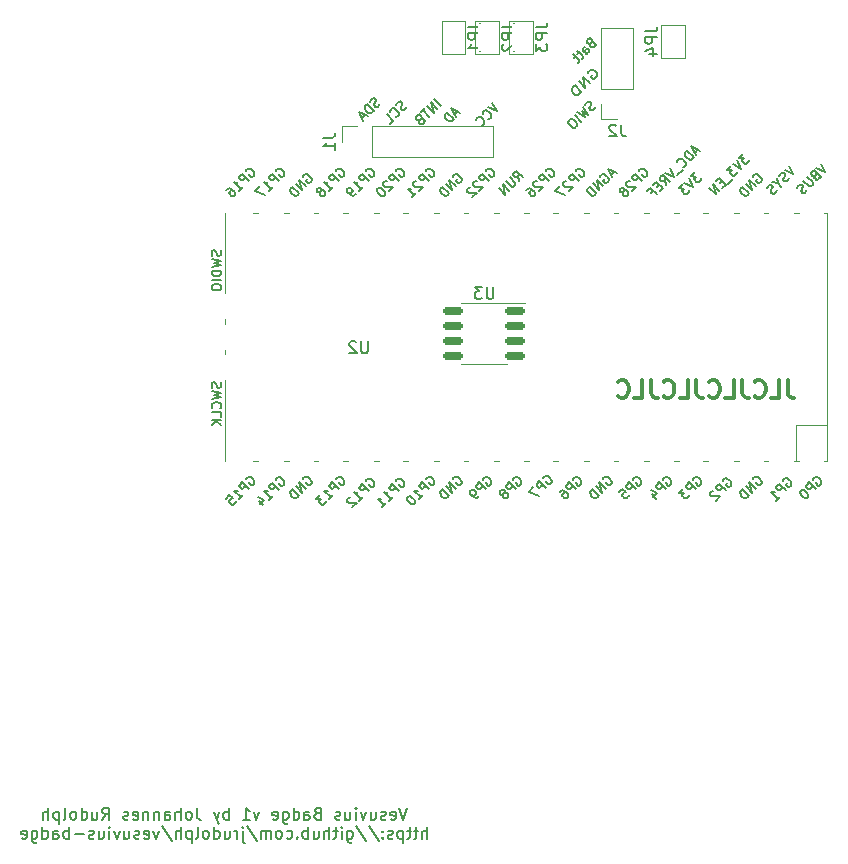
<source format=gbo>
G04 #@! TF.GenerationSoftware,KiCad,Pcbnew,6.0.2+dfsg-1*
G04 #@! TF.CreationDate,2023-12-26T19:09:35+01:00*
G04 #@! TF.ProjectId,vesuvius-badge-charlie,76657375-7669-4757-932d-62616467652d,rev?*
G04 #@! TF.SameCoordinates,Original*
G04 #@! TF.FileFunction,Legend,Bot*
G04 #@! TF.FilePolarity,Positive*
%FSLAX46Y46*%
G04 Gerber Fmt 4.6, Leading zero omitted, Abs format (unit mm)*
G04 Created by KiCad (PCBNEW 6.0.2+dfsg-1) date 2023-12-26 19:09:35*
%MOMM*%
%LPD*%
G01*
G04 APERTURE LIST*
G04 Aperture macros list*
%AMRoundRect*
0 Rectangle with rounded corners*
0 $1 Rounding radius*
0 $2 $3 $4 $5 $6 $7 $8 $9 X,Y pos of 4 corners*
0 Add a 4 corners polygon primitive as box body*
4,1,4,$2,$3,$4,$5,$6,$7,$8,$9,$2,$3,0*
0 Add four circle primitives for the rounded corners*
1,1,$1+$1,$2,$3*
1,1,$1+$1,$4,$5*
1,1,$1+$1,$6,$7*
1,1,$1+$1,$8,$9*
0 Add four rect primitives between the rounded corners*
20,1,$1+$1,$2,$3,$4,$5,0*
20,1,$1+$1,$4,$5,$6,$7,0*
20,1,$1+$1,$6,$7,$8,$9,0*
20,1,$1+$1,$8,$9,$2,$3,0*%
G04 Aperture macros list end*
%ADD10C,0.300000*%
%ADD11C,0.150000*%
%ADD12C,0.200000*%
%ADD13C,0.120000*%
%ADD14R,1.700000X1.700000*%
%ADD15O,1.700000X1.700000*%
%ADD16R,1.500000X1.000000*%
%ADD17C,5.300000*%
%ADD18RoundRect,0.150000X0.675000X0.150000X-0.675000X0.150000X-0.675000X-0.150000X0.675000X-0.150000X0*%
%ADD19R,1.700000X3.500000*%
%ADD20R,3.500000X1.700000*%
G04 APERTURE END LIST*
D10*
X254178571Y-87928571D02*
X254178571Y-89000000D01*
X254250000Y-89214285D01*
X254392857Y-89357142D01*
X254607142Y-89428571D01*
X254750000Y-89428571D01*
X252750000Y-89428571D02*
X253464285Y-89428571D01*
X253464285Y-87928571D01*
X251392857Y-89285714D02*
X251464285Y-89357142D01*
X251678571Y-89428571D01*
X251821428Y-89428571D01*
X252035714Y-89357142D01*
X252178571Y-89214285D01*
X252250000Y-89071428D01*
X252321428Y-88785714D01*
X252321428Y-88571428D01*
X252250000Y-88285714D01*
X252178571Y-88142857D01*
X252035714Y-88000000D01*
X251821428Y-87928571D01*
X251678571Y-87928571D01*
X251464285Y-88000000D01*
X251392857Y-88071428D01*
X250321428Y-87928571D02*
X250321428Y-89000000D01*
X250392857Y-89214285D01*
X250535714Y-89357142D01*
X250750000Y-89428571D01*
X250892857Y-89428571D01*
X248892857Y-89428571D02*
X249607142Y-89428571D01*
X249607142Y-87928571D01*
X247535714Y-89285714D02*
X247607142Y-89357142D01*
X247821428Y-89428571D01*
X247964285Y-89428571D01*
X248178571Y-89357142D01*
X248321428Y-89214285D01*
X248392857Y-89071428D01*
X248464285Y-88785714D01*
X248464285Y-88571428D01*
X248392857Y-88285714D01*
X248321428Y-88142857D01*
X248178571Y-88000000D01*
X247964285Y-87928571D01*
X247821428Y-87928571D01*
X247607142Y-88000000D01*
X247535714Y-88071428D01*
X246464285Y-87928571D02*
X246464285Y-89000000D01*
X246535714Y-89214285D01*
X246678571Y-89357142D01*
X246892857Y-89428571D01*
X247035714Y-89428571D01*
X245035714Y-89428571D02*
X245750000Y-89428571D01*
X245750000Y-87928571D01*
X243678571Y-89285714D02*
X243750000Y-89357142D01*
X243964285Y-89428571D01*
X244107142Y-89428571D01*
X244321428Y-89357142D01*
X244464285Y-89214285D01*
X244535714Y-89071428D01*
X244607142Y-88785714D01*
X244607142Y-88571428D01*
X244535714Y-88285714D01*
X244464285Y-88142857D01*
X244321428Y-88000000D01*
X244107142Y-87928571D01*
X243964285Y-87928571D01*
X243750000Y-88000000D01*
X243678571Y-88071428D01*
X242607142Y-87928571D02*
X242607142Y-89000000D01*
X242678571Y-89214285D01*
X242821428Y-89357142D01*
X243035714Y-89428571D01*
X243178571Y-89428571D01*
X241178571Y-89428571D02*
X241892857Y-89428571D01*
X241892857Y-87928571D01*
X239821428Y-89285714D02*
X239892857Y-89357142D01*
X240107142Y-89428571D01*
X240250000Y-89428571D01*
X240464285Y-89357142D01*
X240607142Y-89214285D01*
X240678571Y-89071428D01*
X240750000Y-88785714D01*
X240750000Y-88571428D01*
X240678571Y-88285714D01*
X240607142Y-88142857D01*
X240464285Y-88000000D01*
X240250000Y-87928571D01*
X240107142Y-87928571D01*
X239892857Y-88000000D01*
X239821428Y-88071428D01*
D11*
X221976190Y-124147380D02*
X221642857Y-125147380D01*
X221309523Y-124147380D01*
X220595238Y-125099761D02*
X220690476Y-125147380D01*
X220880952Y-125147380D01*
X220976190Y-125099761D01*
X221023809Y-125004523D01*
X221023809Y-124623571D01*
X220976190Y-124528333D01*
X220880952Y-124480714D01*
X220690476Y-124480714D01*
X220595238Y-124528333D01*
X220547619Y-124623571D01*
X220547619Y-124718809D01*
X221023809Y-124814047D01*
X220166666Y-125099761D02*
X220071428Y-125147380D01*
X219880952Y-125147380D01*
X219785714Y-125099761D01*
X219738095Y-125004523D01*
X219738095Y-124956904D01*
X219785714Y-124861666D01*
X219880952Y-124814047D01*
X220023809Y-124814047D01*
X220119047Y-124766428D01*
X220166666Y-124671190D01*
X220166666Y-124623571D01*
X220119047Y-124528333D01*
X220023809Y-124480714D01*
X219880952Y-124480714D01*
X219785714Y-124528333D01*
X218880952Y-124480714D02*
X218880952Y-125147380D01*
X219309523Y-124480714D02*
X219309523Y-125004523D01*
X219261904Y-125099761D01*
X219166666Y-125147380D01*
X219023809Y-125147380D01*
X218928571Y-125099761D01*
X218880952Y-125052142D01*
X218500000Y-124480714D02*
X218261904Y-125147380D01*
X218023809Y-124480714D01*
X217642857Y-125147380D02*
X217642857Y-124480714D01*
X217642857Y-124147380D02*
X217690476Y-124195000D01*
X217642857Y-124242619D01*
X217595238Y-124195000D01*
X217642857Y-124147380D01*
X217642857Y-124242619D01*
X216738095Y-124480714D02*
X216738095Y-125147380D01*
X217166666Y-124480714D02*
X217166666Y-125004523D01*
X217119047Y-125099761D01*
X217023809Y-125147380D01*
X216880952Y-125147380D01*
X216785714Y-125099761D01*
X216738095Y-125052142D01*
X216309523Y-125099761D02*
X216214285Y-125147380D01*
X216023809Y-125147380D01*
X215928571Y-125099761D01*
X215880952Y-125004523D01*
X215880952Y-124956904D01*
X215928571Y-124861666D01*
X216023809Y-124814047D01*
X216166666Y-124814047D01*
X216261904Y-124766428D01*
X216309523Y-124671190D01*
X216309523Y-124623571D01*
X216261904Y-124528333D01*
X216166666Y-124480714D01*
X216023809Y-124480714D01*
X215928571Y-124528333D01*
X214357142Y-124623571D02*
X214214285Y-124671190D01*
X214166666Y-124718809D01*
X214119047Y-124814047D01*
X214119047Y-124956904D01*
X214166666Y-125052142D01*
X214214285Y-125099761D01*
X214309523Y-125147380D01*
X214690476Y-125147380D01*
X214690476Y-124147380D01*
X214357142Y-124147380D01*
X214261904Y-124195000D01*
X214214285Y-124242619D01*
X214166666Y-124337857D01*
X214166666Y-124433095D01*
X214214285Y-124528333D01*
X214261904Y-124575952D01*
X214357142Y-124623571D01*
X214690476Y-124623571D01*
X213261904Y-125147380D02*
X213261904Y-124623571D01*
X213309523Y-124528333D01*
X213404761Y-124480714D01*
X213595238Y-124480714D01*
X213690476Y-124528333D01*
X213261904Y-125099761D02*
X213357142Y-125147380D01*
X213595238Y-125147380D01*
X213690476Y-125099761D01*
X213738095Y-125004523D01*
X213738095Y-124909285D01*
X213690476Y-124814047D01*
X213595238Y-124766428D01*
X213357142Y-124766428D01*
X213261904Y-124718809D01*
X212357142Y-125147380D02*
X212357142Y-124147380D01*
X212357142Y-125099761D02*
X212452380Y-125147380D01*
X212642857Y-125147380D01*
X212738095Y-125099761D01*
X212785714Y-125052142D01*
X212833333Y-124956904D01*
X212833333Y-124671190D01*
X212785714Y-124575952D01*
X212738095Y-124528333D01*
X212642857Y-124480714D01*
X212452380Y-124480714D01*
X212357142Y-124528333D01*
X211452380Y-124480714D02*
X211452380Y-125290238D01*
X211500000Y-125385476D01*
X211547619Y-125433095D01*
X211642857Y-125480714D01*
X211785714Y-125480714D01*
X211880952Y-125433095D01*
X211452380Y-125099761D02*
X211547619Y-125147380D01*
X211738095Y-125147380D01*
X211833333Y-125099761D01*
X211880952Y-125052142D01*
X211928571Y-124956904D01*
X211928571Y-124671190D01*
X211880952Y-124575952D01*
X211833333Y-124528333D01*
X211738095Y-124480714D01*
X211547619Y-124480714D01*
X211452380Y-124528333D01*
X210595238Y-125099761D02*
X210690476Y-125147380D01*
X210880952Y-125147380D01*
X210976190Y-125099761D01*
X211023809Y-125004523D01*
X211023809Y-124623571D01*
X210976190Y-124528333D01*
X210880952Y-124480714D01*
X210690476Y-124480714D01*
X210595238Y-124528333D01*
X210547619Y-124623571D01*
X210547619Y-124718809D01*
X211023809Y-124814047D01*
X209452380Y-124480714D02*
X209214285Y-125147380D01*
X208976190Y-124480714D01*
X208071428Y-125147380D02*
X208642857Y-125147380D01*
X208357142Y-125147380D02*
X208357142Y-124147380D01*
X208452380Y-124290238D01*
X208547619Y-124385476D01*
X208642857Y-124433095D01*
X206880952Y-125147380D02*
X206880952Y-124147380D01*
X206880952Y-124528333D02*
X206785714Y-124480714D01*
X206595238Y-124480714D01*
X206500000Y-124528333D01*
X206452380Y-124575952D01*
X206404761Y-124671190D01*
X206404761Y-124956904D01*
X206452380Y-125052142D01*
X206500000Y-125099761D01*
X206595238Y-125147380D01*
X206785714Y-125147380D01*
X206880952Y-125099761D01*
X206071428Y-124480714D02*
X205833333Y-125147380D01*
X205595238Y-124480714D02*
X205833333Y-125147380D01*
X205928571Y-125385476D01*
X205976190Y-125433095D01*
X206071428Y-125480714D01*
X204166666Y-124147380D02*
X204166666Y-124861666D01*
X204214285Y-125004523D01*
X204309523Y-125099761D01*
X204452380Y-125147380D01*
X204547619Y-125147380D01*
X203547619Y-125147380D02*
X203642857Y-125099761D01*
X203690476Y-125052142D01*
X203738095Y-124956904D01*
X203738095Y-124671190D01*
X203690476Y-124575952D01*
X203642857Y-124528333D01*
X203547619Y-124480714D01*
X203404761Y-124480714D01*
X203309523Y-124528333D01*
X203261904Y-124575952D01*
X203214285Y-124671190D01*
X203214285Y-124956904D01*
X203261904Y-125052142D01*
X203309523Y-125099761D01*
X203404761Y-125147380D01*
X203547619Y-125147380D01*
X202785714Y-125147380D02*
X202785714Y-124147380D01*
X202357142Y-125147380D02*
X202357142Y-124623571D01*
X202404761Y-124528333D01*
X202500000Y-124480714D01*
X202642857Y-124480714D01*
X202738095Y-124528333D01*
X202785714Y-124575952D01*
X201452380Y-125147380D02*
X201452380Y-124623571D01*
X201500000Y-124528333D01*
X201595238Y-124480714D01*
X201785714Y-124480714D01*
X201880952Y-124528333D01*
X201452380Y-125099761D02*
X201547619Y-125147380D01*
X201785714Y-125147380D01*
X201880952Y-125099761D01*
X201928571Y-125004523D01*
X201928571Y-124909285D01*
X201880952Y-124814047D01*
X201785714Y-124766428D01*
X201547619Y-124766428D01*
X201452380Y-124718809D01*
X200976190Y-124480714D02*
X200976190Y-125147380D01*
X200976190Y-124575952D02*
X200928571Y-124528333D01*
X200833333Y-124480714D01*
X200690476Y-124480714D01*
X200595238Y-124528333D01*
X200547619Y-124623571D01*
X200547619Y-125147380D01*
X200071428Y-124480714D02*
X200071428Y-125147380D01*
X200071428Y-124575952D02*
X200023809Y-124528333D01*
X199928571Y-124480714D01*
X199785714Y-124480714D01*
X199690476Y-124528333D01*
X199642857Y-124623571D01*
X199642857Y-125147380D01*
X198785714Y-125099761D02*
X198880952Y-125147380D01*
X199071428Y-125147380D01*
X199166666Y-125099761D01*
X199214285Y-125004523D01*
X199214285Y-124623571D01*
X199166666Y-124528333D01*
X199071428Y-124480714D01*
X198880952Y-124480714D01*
X198785714Y-124528333D01*
X198738095Y-124623571D01*
X198738095Y-124718809D01*
X199214285Y-124814047D01*
X198357142Y-125099761D02*
X198261904Y-125147380D01*
X198071428Y-125147380D01*
X197976190Y-125099761D01*
X197928571Y-125004523D01*
X197928571Y-124956904D01*
X197976190Y-124861666D01*
X198071428Y-124814047D01*
X198214285Y-124814047D01*
X198309523Y-124766428D01*
X198357142Y-124671190D01*
X198357142Y-124623571D01*
X198309523Y-124528333D01*
X198214285Y-124480714D01*
X198071428Y-124480714D01*
X197976190Y-124528333D01*
X196166666Y-125147380D02*
X196500000Y-124671190D01*
X196738095Y-125147380D02*
X196738095Y-124147380D01*
X196357142Y-124147380D01*
X196261904Y-124195000D01*
X196214285Y-124242619D01*
X196166666Y-124337857D01*
X196166666Y-124480714D01*
X196214285Y-124575952D01*
X196261904Y-124623571D01*
X196357142Y-124671190D01*
X196738095Y-124671190D01*
X195309523Y-124480714D02*
X195309523Y-125147380D01*
X195738095Y-124480714D02*
X195738095Y-125004523D01*
X195690476Y-125099761D01*
X195595238Y-125147380D01*
X195452380Y-125147380D01*
X195357142Y-125099761D01*
X195309523Y-125052142D01*
X194404761Y-125147380D02*
X194404761Y-124147380D01*
X194404761Y-125099761D02*
X194500000Y-125147380D01*
X194690476Y-125147380D01*
X194785714Y-125099761D01*
X194833333Y-125052142D01*
X194880952Y-124956904D01*
X194880952Y-124671190D01*
X194833333Y-124575952D01*
X194785714Y-124528333D01*
X194690476Y-124480714D01*
X194500000Y-124480714D01*
X194404761Y-124528333D01*
X193785714Y-125147380D02*
X193880952Y-125099761D01*
X193928571Y-125052142D01*
X193976190Y-124956904D01*
X193976190Y-124671190D01*
X193928571Y-124575952D01*
X193880952Y-124528333D01*
X193785714Y-124480714D01*
X193642857Y-124480714D01*
X193547619Y-124528333D01*
X193500000Y-124575952D01*
X193452380Y-124671190D01*
X193452380Y-124956904D01*
X193500000Y-125052142D01*
X193547619Y-125099761D01*
X193642857Y-125147380D01*
X193785714Y-125147380D01*
X192880952Y-125147380D02*
X192976190Y-125099761D01*
X193023809Y-125004523D01*
X193023809Y-124147380D01*
X192500000Y-124480714D02*
X192500000Y-125480714D01*
X192500000Y-124528333D02*
X192404761Y-124480714D01*
X192214285Y-124480714D01*
X192119047Y-124528333D01*
X192071428Y-124575952D01*
X192023809Y-124671190D01*
X192023809Y-124956904D01*
X192071428Y-125052142D01*
X192119047Y-125099761D01*
X192214285Y-125147380D01*
X192404761Y-125147380D01*
X192500000Y-125099761D01*
X191595238Y-125147380D02*
X191595238Y-124147380D01*
X191166666Y-125147380D02*
X191166666Y-124623571D01*
X191214285Y-124528333D01*
X191309523Y-124480714D01*
X191452380Y-124480714D01*
X191547619Y-124528333D01*
X191595238Y-124575952D01*
X223666666Y-126757380D02*
X223666666Y-125757380D01*
X223238095Y-126757380D02*
X223238095Y-126233571D01*
X223285714Y-126138333D01*
X223380952Y-126090714D01*
X223523809Y-126090714D01*
X223619047Y-126138333D01*
X223666666Y-126185952D01*
X222904761Y-126090714D02*
X222523809Y-126090714D01*
X222761904Y-125757380D02*
X222761904Y-126614523D01*
X222714285Y-126709761D01*
X222619047Y-126757380D01*
X222523809Y-126757380D01*
X222333333Y-126090714D02*
X221952380Y-126090714D01*
X222190476Y-125757380D02*
X222190476Y-126614523D01*
X222142857Y-126709761D01*
X222047619Y-126757380D01*
X221952380Y-126757380D01*
X221619047Y-126090714D02*
X221619047Y-127090714D01*
X221619047Y-126138333D02*
X221523809Y-126090714D01*
X221333333Y-126090714D01*
X221238095Y-126138333D01*
X221190476Y-126185952D01*
X221142857Y-126281190D01*
X221142857Y-126566904D01*
X221190476Y-126662142D01*
X221238095Y-126709761D01*
X221333333Y-126757380D01*
X221523809Y-126757380D01*
X221619047Y-126709761D01*
X220761904Y-126709761D02*
X220666666Y-126757380D01*
X220476190Y-126757380D01*
X220380952Y-126709761D01*
X220333333Y-126614523D01*
X220333333Y-126566904D01*
X220380952Y-126471666D01*
X220476190Y-126424047D01*
X220619047Y-126424047D01*
X220714285Y-126376428D01*
X220761904Y-126281190D01*
X220761904Y-126233571D01*
X220714285Y-126138333D01*
X220619047Y-126090714D01*
X220476190Y-126090714D01*
X220380952Y-126138333D01*
X219904761Y-126662142D02*
X219857142Y-126709761D01*
X219904761Y-126757380D01*
X219952380Y-126709761D01*
X219904761Y-126662142D01*
X219904761Y-126757380D01*
X219904761Y-126138333D02*
X219857142Y-126185952D01*
X219904761Y-126233571D01*
X219952380Y-126185952D01*
X219904761Y-126138333D01*
X219904761Y-126233571D01*
X218714285Y-125709761D02*
X219571428Y-126995476D01*
X217666666Y-125709761D02*
X218523809Y-126995476D01*
X216904761Y-126090714D02*
X216904761Y-126900238D01*
X216952380Y-126995476D01*
X217000000Y-127043095D01*
X217095238Y-127090714D01*
X217238095Y-127090714D01*
X217333333Y-127043095D01*
X216904761Y-126709761D02*
X217000000Y-126757380D01*
X217190476Y-126757380D01*
X217285714Y-126709761D01*
X217333333Y-126662142D01*
X217380952Y-126566904D01*
X217380952Y-126281190D01*
X217333333Y-126185952D01*
X217285714Y-126138333D01*
X217190476Y-126090714D01*
X217000000Y-126090714D01*
X216904761Y-126138333D01*
X216428571Y-126757380D02*
X216428571Y-126090714D01*
X216428571Y-125757380D02*
X216476190Y-125805000D01*
X216428571Y-125852619D01*
X216380952Y-125805000D01*
X216428571Y-125757380D01*
X216428571Y-125852619D01*
X216095238Y-126090714D02*
X215714285Y-126090714D01*
X215952380Y-125757380D02*
X215952380Y-126614523D01*
X215904761Y-126709761D01*
X215809523Y-126757380D01*
X215714285Y-126757380D01*
X215380952Y-126757380D02*
X215380952Y-125757380D01*
X214952380Y-126757380D02*
X214952380Y-126233571D01*
X215000000Y-126138333D01*
X215095238Y-126090714D01*
X215238095Y-126090714D01*
X215333333Y-126138333D01*
X215380952Y-126185952D01*
X214047619Y-126090714D02*
X214047619Y-126757380D01*
X214476190Y-126090714D02*
X214476190Y-126614523D01*
X214428571Y-126709761D01*
X214333333Y-126757380D01*
X214190476Y-126757380D01*
X214095238Y-126709761D01*
X214047619Y-126662142D01*
X213571428Y-126757380D02*
X213571428Y-125757380D01*
X213571428Y-126138333D02*
X213476190Y-126090714D01*
X213285714Y-126090714D01*
X213190476Y-126138333D01*
X213142857Y-126185952D01*
X213095238Y-126281190D01*
X213095238Y-126566904D01*
X213142857Y-126662142D01*
X213190476Y-126709761D01*
X213285714Y-126757380D01*
X213476190Y-126757380D01*
X213571428Y-126709761D01*
X212666666Y-126662142D02*
X212619047Y-126709761D01*
X212666666Y-126757380D01*
X212714285Y-126709761D01*
X212666666Y-126662142D01*
X212666666Y-126757380D01*
X211761904Y-126709761D02*
X211857142Y-126757380D01*
X212047619Y-126757380D01*
X212142857Y-126709761D01*
X212190476Y-126662142D01*
X212238095Y-126566904D01*
X212238095Y-126281190D01*
X212190476Y-126185952D01*
X212142857Y-126138333D01*
X212047619Y-126090714D01*
X211857142Y-126090714D01*
X211761904Y-126138333D01*
X211190476Y-126757380D02*
X211285714Y-126709761D01*
X211333333Y-126662142D01*
X211380952Y-126566904D01*
X211380952Y-126281190D01*
X211333333Y-126185952D01*
X211285714Y-126138333D01*
X211190476Y-126090714D01*
X211047619Y-126090714D01*
X210952380Y-126138333D01*
X210904761Y-126185952D01*
X210857142Y-126281190D01*
X210857142Y-126566904D01*
X210904761Y-126662142D01*
X210952380Y-126709761D01*
X211047619Y-126757380D01*
X211190476Y-126757380D01*
X210428571Y-126757380D02*
X210428571Y-126090714D01*
X210428571Y-126185952D02*
X210380952Y-126138333D01*
X210285714Y-126090714D01*
X210142857Y-126090714D01*
X210047619Y-126138333D01*
X210000000Y-126233571D01*
X210000000Y-126757380D01*
X210000000Y-126233571D02*
X209952380Y-126138333D01*
X209857142Y-126090714D01*
X209714285Y-126090714D01*
X209619047Y-126138333D01*
X209571428Y-126233571D01*
X209571428Y-126757380D01*
X208380952Y-125709761D02*
X209238095Y-126995476D01*
X208047619Y-126090714D02*
X208047619Y-126947857D01*
X208095238Y-127043095D01*
X208190476Y-127090714D01*
X208238095Y-127090714D01*
X208047619Y-125757380D02*
X208095238Y-125805000D01*
X208047619Y-125852619D01*
X208000000Y-125805000D01*
X208047619Y-125757380D01*
X208047619Y-125852619D01*
X207571428Y-126757380D02*
X207571428Y-126090714D01*
X207571428Y-126281190D02*
X207523809Y-126185952D01*
X207476190Y-126138333D01*
X207380952Y-126090714D01*
X207285714Y-126090714D01*
X206523809Y-126090714D02*
X206523809Y-126757380D01*
X206952380Y-126090714D02*
X206952380Y-126614523D01*
X206904761Y-126709761D01*
X206809523Y-126757380D01*
X206666666Y-126757380D01*
X206571428Y-126709761D01*
X206523809Y-126662142D01*
X205619047Y-126757380D02*
X205619047Y-125757380D01*
X205619047Y-126709761D02*
X205714285Y-126757380D01*
X205904761Y-126757380D01*
X206000000Y-126709761D01*
X206047619Y-126662142D01*
X206095238Y-126566904D01*
X206095238Y-126281190D01*
X206047619Y-126185952D01*
X206000000Y-126138333D01*
X205904761Y-126090714D01*
X205714285Y-126090714D01*
X205619047Y-126138333D01*
X205000000Y-126757380D02*
X205095238Y-126709761D01*
X205142857Y-126662142D01*
X205190476Y-126566904D01*
X205190476Y-126281190D01*
X205142857Y-126185952D01*
X205095238Y-126138333D01*
X205000000Y-126090714D01*
X204857142Y-126090714D01*
X204761904Y-126138333D01*
X204714285Y-126185952D01*
X204666666Y-126281190D01*
X204666666Y-126566904D01*
X204714285Y-126662142D01*
X204761904Y-126709761D01*
X204857142Y-126757380D01*
X205000000Y-126757380D01*
X204095238Y-126757380D02*
X204190476Y-126709761D01*
X204238095Y-126614523D01*
X204238095Y-125757380D01*
X203714285Y-126090714D02*
X203714285Y-127090714D01*
X203714285Y-126138333D02*
X203619047Y-126090714D01*
X203428571Y-126090714D01*
X203333333Y-126138333D01*
X203285714Y-126185952D01*
X203238095Y-126281190D01*
X203238095Y-126566904D01*
X203285714Y-126662142D01*
X203333333Y-126709761D01*
X203428571Y-126757380D01*
X203619047Y-126757380D01*
X203714285Y-126709761D01*
X202809523Y-126757380D02*
X202809523Y-125757380D01*
X202380952Y-126757380D02*
X202380952Y-126233571D01*
X202428571Y-126138333D01*
X202523809Y-126090714D01*
X202666666Y-126090714D01*
X202761904Y-126138333D01*
X202809523Y-126185952D01*
X201190476Y-125709761D02*
X202047619Y-126995476D01*
X200952380Y-126090714D02*
X200714285Y-126757380D01*
X200476190Y-126090714D01*
X199714285Y-126709761D02*
X199809523Y-126757380D01*
X200000000Y-126757380D01*
X200095238Y-126709761D01*
X200142857Y-126614523D01*
X200142857Y-126233571D01*
X200095238Y-126138333D01*
X200000000Y-126090714D01*
X199809523Y-126090714D01*
X199714285Y-126138333D01*
X199666666Y-126233571D01*
X199666666Y-126328809D01*
X200142857Y-126424047D01*
X199285714Y-126709761D02*
X199190476Y-126757380D01*
X199000000Y-126757380D01*
X198904761Y-126709761D01*
X198857142Y-126614523D01*
X198857142Y-126566904D01*
X198904761Y-126471666D01*
X199000000Y-126424047D01*
X199142857Y-126424047D01*
X199238095Y-126376428D01*
X199285714Y-126281190D01*
X199285714Y-126233571D01*
X199238095Y-126138333D01*
X199142857Y-126090714D01*
X199000000Y-126090714D01*
X198904761Y-126138333D01*
X198000000Y-126090714D02*
X198000000Y-126757380D01*
X198428571Y-126090714D02*
X198428571Y-126614523D01*
X198380952Y-126709761D01*
X198285714Y-126757380D01*
X198142857Y-126757380D01*
X198047619Y-126709761D01*
X198000000Y-126662142D01*
X197619047Y-126090714D02*
X197380952Y-126757380D01*
X197142857Y-126090714D01*
X196761904Y-126757380D02*
X196761904Y-126090714D01*
X196761904Y-125757380D02*
X196809523Y-125805000D01*
X196761904Y-125852619D01*
X196714285Y-125805000D01*
X196761904Y-125757380D01*
X196761904Y-125852619D01*
X195857142Y-126090714D02*
X195857142Y-126757380D01*
X196285714Y-126090714D02*
X196285714Y-126614523D01*
X196238095Y-126709761D01*
X196142857Y-126757380D01*
X196000000Y-126757380D01*
X195904761Y-126709761D01*
X195857142Y-126662142D01*
X195428571Y-126709761D02*
X195333333Y-126757380D01*
X195142857Y-126757380D01*
X195047619Y-126709761D01*
X195000000Y-126614523D01*
X195000000Y-126566904D01*
X195047619Y-126471666D01*
X195142857Y-126424047D01*
X195285714Y-126424047D01*
X195380952Y-126376428D01*
X195428571Y-126281190D01*
X195428571Y-126233571D01*
X195380952Y-126138333D01*
X195285714Y-126090714D01*
X195142857Y-126090714D01*
X195047619Y-126138333D01*
X194571428Y-126376428D02*
X193809523Y-126376428D01*
X193333333Y-126757380D02*
X193333333Y-125757380D01*
X193333333Y-126138333D02*
X193238095Y-126090714D01*
X193047619Y-126090714D01*
X192952380Y-126138333D01*
X192904761Y-126185952D01*
X192857142Y-126281190D01*
X192857142Y-126566904D01*
X192904761Y-126662142D01*
X192952380Y-126709761D01*
X193047619Y-126757380D01*
X193238095Y-126757380D01*
X193333333Y-126709761D01*
X192000000Y-126757380D02*
X192000000Y-126233571D01*
X192047619Y-126138333D01*
X192142857Y-126090714D01*
X192333333Y-126090714D01*
X192428571Y-126138333D01*
X192000000Y-126709761D02*
X192095238Y-126757380D01*
X192333333Y-126757380D01*
X192428571Y-126709761D01*
X192476190Y-126614523D01*
X192476190Y-126519285D01*
X192428571Y-126424047D01*
X192333333Y-126376428D01*
X192095238Y-126376428D01*
X192000000Y-126328809D01*
X191095238Y-126757380D02*
X191095238Y-125757380D01*
X191095238Y-126709761D02*
X191190476Y-126757380D01*
X191380952Y-126757380D01*
X191476190Y-126709761D01*
X191523809Y-126662142D01*
X191571428Y-126566904D01*
X191571428Y-126281190D01*
X191523809Y-126185952D01*
X191476190Y-126138333D01*
X191380952Y-126090714D01*
X191190476Y-126090714D01*
X191095238Y-126138333D01*
X190190476Y-126090714D02*
X190190476Y-126900238D01*
X190238095Y-126995476D01*
X190285714Y-127043095D01*
X190380952Y-127090714D01*
X190523809Y-127090714D01*
X190619047Y-127043095D01*
X190190476Y-126709761D02*
X190285714Y-126757380D01*
X190476190Y-126757380D01*
X190571428Y-126709761D01*
X190619047Y-126662142D01*
X190666666Y-126566904D01*
X190666666Y-126281190D01*
X190619047Y-126185952D01*
X190571428Y-126138333D01*
X190476190Y-126090714D01*
X190285714Y-126090714D01*
X190190476Y-126138333D01*
X189333333Y-126709761D02*
X189428571Y-126757380D01*
X189619047Y-126757380D01*
X189714285Y-126709761D01*
X189761904Y-126614523D01*
X189761904Y-126233571D01*
X189714285Y-126138333D01*
X189619047Y-126090714D01*
X189428571Y-126090714D01*
X189333333Y-126138333D01*
X189285714Y-126233571D01*
X189285714Y-126328809D01*
X189761904Y-126424047D01*
D12*
X237894839Y-64813096D02*
X237840964Y-64920845D01*
X237706277Y-65055532D01*
X237625465Y-65082470D01*
X237571590Y-65082470D01*
X237490778Y-65055532D01*
X237436903Y-65001658D01*
X237409966Y-64920845D01*
X237409966Y-64866971D01*
X237436903Y-64786158D01*
X237517715Y-64651471D01*
X237544653Y-64570659D01*
X237544653Y-64516784D01*
X237517715Y-64435972D01*
X237463841Y-64382097D01*
X237383028Y-64355160D01*
X237329154Y-64355160D01*
X237248341Y-64382097D01*
X237113654Y-64516784D01*
X237059780Y-64624534D01*
X236844280Y-64786158D02*
X237275279Y-65486531D01*
X236763468Y-65190219D01*
X237059780Y-65702030D01*
X236359407Y-65271032D01*
X236709593Y-66052216D02*
X236143908Y-65486531D01*
X235766784Y-65863654D02*
X235659035Y-65971404D01*
X235632097Y-66052216D01*
X235632097Y-66159966D01*
X235712910Y-66294653D01*
X235901471Y-66483215D01*
X236036158Y-66564027D01*
X236143908Y-66564027D01*
X236224720Y-66537089D01*
X236332470Y-66429340D01*
X236359407Y-66348528D01*
X236359407Y-66240778D01*
X236278595Y-66106091D01*
X236090033Y-65917529D01*
X235955346Y-65836717D01*
X235847597Y-65836717D01*
X235766784Y-65863654D01*
X229194467Y-64435972D02*
X229571590Y-65190219D01*
X228817343Y-64813096D01*
X228817343Y-65836717D02*
X228871218Y-65836717D01*
X228978967Y-65782842D01*
X229032842Y-65728967D01*
X229086717Y-65621218D01*
X229086717Y-65513468D01*
X229059780Y-65432656D01*
X228978967Y-65297969D01*
X228898155Y-65217157D01*
X228763468Y-65136345D01*
X228682656Y-65109407D01*
X228574906Y-65109407D01*
X228467157Y-65163282D01*
X228413282Y-65217157D01*
X228359407Y-65324906D01*
X228359407Y-65378781D01*
X228251658Y-66402402D02*
X228305532Y-66402402D01*
X228413282Y-66348528D01*
X228467157Y-66294653D01*
X228521032Y-66186903D01*
X228521032Y-66079154D01*
X228494094Y-65998341D01*
X228413282Y-65863654D01*
X228332470Y-65782842D01*
X228197783Y-65702030D01*
X228116971Y-65675093D01*
X228009221Y-65675093D01*
X227901471Y-65728967D01*
X227847597Y-65782842D01*
X227793722Y-65890592D01*
X227793722Y-65944467D01*
X226261810Y-65176751D02*
X225992436Y-65446125D01*
X226477309Y-65284500D02*
X225723062Y-64907377D01*
X226100186Y-65661624D01*
X225911624Y-65850186D02*
X225345938Y-65284500D01*
X225211251Y-65419187D01*
X225157377Y-65526937D01*
X225157377Y-65634687D01*
X225184314Y-65715499D01*
X225265126Y-65850186D01*
X225345938Y-65930998D01*
X225480625Y-66011810D01*
X225561438Y-66038748D01*
X225669187Y-66038748D01*
X225776937Y-65984873D01*
X225911624Y-65850186D01*
X224800558Y-64711251D02*
X224234873Y-64145566D01*
X224531184Y-64980625D02*
X223965499Y-64414940D01*
X224207935Y-65303874D01*
X223642250Y-64738189D01*
X223453688Y-64926751D02*
X223130439Y-65249999D01*
X223857749Y-65654061D02*
X223292064Y-65088375D01*
X223022690Y-65896497D02*
X222968815Y-66004247D01*
X222968815Y-66058122D01*
X222995752Y-66138934D01*
X223076564Y-66219746D01*
X223157377Y-66246683D01*
X223211251Y-66246683D01*
X223292064Y-66219746D01*
X223507563Y-66004247D01*
X222941877Y-65438561D01*
X222753316Y-65627123D01*
X222726378Y-65707935D01*
X222726378Y-65761810D01*
X222753316Y-65842622D01*
X222807190Y-65896497D01*
X222888003Y-65923435D01*
X222941877Y-65923435D01*
X223022690Y-65896497D01*
X223211251Y-65707935D01*
X221902402Y-64805532D02*
X221848528Y-64913282D01*
X221713841Y-65047969D01*
X221633028Y-65074906D01*
X221579154Y-65074906D01*
X221498341Y-65047969D01*
X221444467Y-64994094D01*
X221417529Y-64913282D01*
X221417529Y-64859407D01*
X221444467Y-64778595D01*
X221525279Y-64643908D01*
X221552216Y-64563096D01*
X221552216Y-64509221D01*
X221525279Y-64428409D01*
X221471404Y-64374534D01*
X221390592Y-64347597D01*
X221336717Y-64347597D01*
X221255905Y-64374534D01*
X221121218Y-64509221D01*
X221067343Y-64616971D01*
X220986531Y-65667529D02*
X221040406Y-65667529D01*
X221148155Y-65613654D01*
X221202030Y-65559780D01*
X221255905Y-65452030D01*
X221255905Y-65344280D01*
X221228967Y-65263468D01*
X221148155Y-65128781D01*
X221067343Y-65047969D01*
X220932656Y-64967157D01*
X220851844Y-64940219D01*
X220744094Y-64940219D01*
X220636345Y-64994094D01*
X220582470Y-65047969D01*
X220528595Y-65155719D01*
X220528595Y-65209593D01*
X220528595Y-66233215D02*
X220797969Y-65963841D01*
X220232284Y-65398155D01*
X219665871Y-64542064D02*
X219611996Y-64649813D01*
X219477309Y-64784500D01*
X219396497Y-64811438D01*
X219342622Y-64811438D01*
X219261810Y-64784500D01*
X219207935Y-64730625D01*
X219180998Y-64649813D01*
X219180998Y-64595938D01*
X219207935Y-64515126D01*
X219288748Y-64380439D01*
X219315685Y-64299627D01*
X219315685Y-64245752D01*
X219288748Y-64164940D01*
X219234873Y-64111065D01*
X219154061Y-64084128D01*
X219100186Y-64084128D01*
X219019374Y-64111065D01*
X218884687Y-64245752D01*
X218830812Y-64353502D01*
X219127123Y-65134687D02*
X218561438Y-64569001D01*
X218426751Y-64703688D01*
X218372876Y-64811438D01*
X218372876Y-64919187D01*
X218399813Y-65000000D01*
X218480625Y-65134687D01*
X218561438Y-65215499D01*
X218696125Y-65296311D01*
X218776937Y-65323248D01*
X218884687Y-65323248D01*
X218992436Y-65269374D01*
X219127123Y-65134687D01*
X218426751Y-65511810D02*
X218157377Y-65781184D01*
X218642250Y-65619560D02*
X217888003Y-65242436D01*
X218265126Y-65996683D01*
D11*
X237255905Y-61928409D02*
X237296311Y-61834128D01*
X237397326Y-61733113D01*
X237525279Y-61659035D01*
X237646497Y-61645566D01*
X237734044Y-61665769D01*
X237875465Y-61739847D01*
X237956277Y-61820659D01*
X238030355Y-61962081D01*
X238050558Y-62049627D01*
X238037089Y-62170845D01*
X237963012Y-62298798D01*
X237895668Y-62366142D01*
X237767715Y-62440219D01*
X237707106Y-62446954D01*
X237518544Y-62258392D01*
X237653231Y-62123705D01*
X237457935Y-62803874D02*
X236892250Y-62238189D01*
X237053874Y-63207935D01*
X236488189Y-62642250D01*
X236717157Y-63544653D02*
X236151471Y-62978967D01*
X235983113Y-63147326D01*
X235909035Y-63275279D01*
X235895566Y-63396497D01*
X235915769Y-63484044D01*
X235989847Y-63625465D01*
X236070659Y-63706277D01*
X236212081Y-63780355D01*
X236299627Y-63800558D01*
X236420845Y-63787089D01*
X236548798Y-63713012D01*
X236717157Y-63544653D01*
D12*
X237498341Y-59420845D02*
X237444467Y-59528595D01*
X237444467Y-59582470D01*
X237471404Y-59663282D01*
X237552216Y-59744094D01*
X237633028Y-59771032D01*
X237686903Y-59771032D01*
X237767715Y-59744094D01*
X237983215Y-59528595D01*
X237417529Y-58962910D01*
X237228967Y-59151471D01*
X237202030Y-59232284D01*
X237202030Y-59286158D01*
X237228967Y-59366971D01*
X237282842Y-59420845D01*
X237363654Y-59447783D01*
X237417529Y-59447783D01*
X237498341Y-59420845D01*
X237686903Y-59232284D01*
X237175093Y-60336717D02*
X236878781Y-60040406D01*
X236851844Y-59959593D01*
X236878781Y-59878781D01*
X236986531Y-59771032D01*
X237067343Y-59744094D01*
X237148155Y-60309780D02*
X237228967Y-60282842D01*
X237363654Y-60148155D01*
X237390592Y-60067343D01*
X237363654Y-59986531D01*
X237309780Y-59932656D01*
X237228967Y-59905719D01*
X237148155Y-59932656D01*
X237013468Y-60067343D01*
X236932656Y-60094280D01*
X236609407Y-60148155D02*
X236393908Y-60363654D01*
X236340033Y-60040406D02*
X236824906Y-60525279D01*
X236851844Y-60606091D01*
X236824906Y-60686903D01*
X236771032Y-60740778D01*
X236286158Y-60471404D02*
X236070659Y-60686903D01*
X236016784Y-60363654D02*
X236501658Y-60848528D01*
X236528595Y-60929340D01*
X236501658Y-61010152D01*
X236447783Y-61064027D01*
D11*
X240083333Y-66307380D02*
X240083333Y-67021666D01*
X240130952Y-67164523D01*
X240226190Y-67259761D01*
X240369047Y-67307380D01*
X240464285Y-67307380D01*
X239654761Y-66402619D02*
X239607142Y-66355000D01*
X239511904Y-66307380D01*
X239273809Y-66307380D01*
X239178571Y-66355000D01*
X239130952Y-66402619D01*
X239083333Y-66497857D01*
X239083333Y-66593095D01*
X239130952Y-66735952D01*
X239702380Y-67307380D01*
X239083333Y-67307380D01*
X214872380Y-67416666D02*
X215586666Y-67416666D01*
X215729523Y-67369047D01*
X215824761Y-67273809D01*
X215872380Y-67130952D01*
X215872380Y-67035714D01*
X215872380Y-68416666D02*
X215872380Y-67845238D01*
X215872380Y-68130952D02*
X214872380Y-68130952D01*
X215015238Y-68035714D01*
X215110476Y-67940476D01*
X215158095Y-67845238D01*
X242152380Y-58416666D02*
X242866666Y-58416666D01*
X243009523Y-58369047D01*
X243104761Y-58273809D01*
X243152380Y-58130952D01*
X243152380Y-58035714D01*
X243152380Y-58892857D02*
X242152380Y-58892857D01*
X242152380Y-59273809D01*
X242200000Y-59369047D01*
X242247619Y-59416666D01*
X242342857Y-59464285D01*
X242485714Y-59464285D01*
X242580952Y-59416666D01*
X242628571Y-59369047D01*
X242676190Y-59273809D01*
X242676190Y-58892857D01*
X242485714Y-60321428D02*
X243152380Y-60321428D01*
X242104761Y-60083333D02*
X242819047Y-59845238D01*
X242819047Y-60464285D01*
X229261904Y-80052380D02*
X229261904Y-80861904D01*
X229214285Y-80957142D01*
X229166666Y-81004761D01*
X229071428Y-81052380D01*
X228880952Y-81052380D01*
X228785714Y-81004761D01*
X228738095Y-80957142D01*
X228690476Y-80861904D01*
X228690476Y-80052380D01*
X228309523Y-80052380D02*
X227690476Y-80052380D01*
X228023809Y-80433333D01*
X227880952Y-80433333D01*
X227785714Y-80480952D01*
X227738095Y-80528571D01*
X227690476Y-80623809D01*
X227690476Y-80861904D01*
X227738095Y-80957142D01*
X227785714Y-81004761D01*
X227880952Y-81052380D01*
X228166666Y-81052380D01*
X228261904Y-81004761D01*
X228309523Y-80957142D01*
X232852380Y-58079166D02*
X233566666Y-58079166D01*
X233709523Y-58031547D01*
X233804761Y-57936309D01*
X233852380Y-57793452D01*
X233852380Y-57698214D01*
X233852380Y-58555357D02*
X232852380Y-58555357D01*
X232852380Y-58936309D01*
X232900000Y-59031547D01*
X232947619Y-59079166D01*
X233042857Y-59126785D01*
X233185714Y-59126785D01*
X233280952Y-59079166D01*
X233328571Y-59031547D01*
X233376190Y-58936309D01*
X233376190Y-58555357D01*
X232852380Y-59460119D02*
X232852380Y-60079166D01*
X233233333Y-59745833D01*
X233233333Y-59888690D01*
X233280952Y-59983928D01*
X233328571Y-60031547D01*
X233423809Y-60079166D01*
X233661904Y-60079166D01*
X233757142Y-60031547D01*
X233804761Y-59983928D01*
X233852380Y-59888690D01*
X233852380Y-59602976D01*
X233804761Y-59507738D01*
X233757142Y-59460119D01*
X227152380Y-58079166D02*
X227866666Y-58079166D01*
X228009523Y-58031547D01*
X228104761Y-57936309D01*
X228152380Y-57793452D01*
X228152380Y-57698214D01*
X228152380Y-58555357D02*
X227152380Y-58555357D01*
X227152380Y-58936309D01*
X227200000Y-59031547D01*
X227247619Y-59079166D01*
X227342857Y-59126785D01*
X227485714Y-59126785D01*
X227580952Y-59079166D01*
X227628571Y-59031547D01*
X227676190Y-58936309D01*
X227676190Y-58555357D01*
X228152380Y-60079166D02*
X228152380Y-59507738D01*
X228152380Y-59793452D02*
X227152380Y-59793452D01*
X227295238Y-59698214D01*
X227390476Y-59602976D01*
X227438095Y-59507738D01*
X218651404Y-84654880D02*
X218651404Y-85464404D01*
X218603785Y-85559642D01*
X218556166Y-85607261D01*
X218460928Y-85654880D01*
X218270452Y-85654880D01*
X218175214Y-85607261D01*
X218127595Y-85559642D01*
X218079976Y-85464404D01*
X218079976Y-84654880D01*
X217651404Y-84750119D02*
X217603785Y-84702500D01*
X217508547Y-84654880D01*
X217270452Y-84654880D01*
X217175214Y-84702500D01*
X217127595Y-84750119D01*
X217079976Y-84845357D01*
X217079976Y-84940595D01*
X217127595Y-85083452D01*
X217699023Y-85654880D01*
X217079976Y-85654880D01*
X206173809Y-76954761D02*
X206211904Y-77069047D01*
X206211904Y-77259523D01*
X206173809Y-77335714D01*
X206135714Y-77373809D01*
X206059523Y-77411904D01*
X205983333Y-77411904D01*
X205907142Y-77373809D01*
X205869047Y-77335714D01*
X205830952Y-77259523D01*
X205792857Y-77107142D01*
X205754761Y-77030952D01*
X205716666Y-76992857D01*
X205640476Y-76954761D01*
X205564285Y-76954761D01*
X205488095Y-76992857D01*
X205450000Y-77030952D01*
X205411904Y-77107142D01*
X205411904Y-77297619D01*
X205450000Y-77411904D01*
X205411904Y-77678571D02*
X206211904Y-77869047D01*
X205640476Y-78021428D01*
X206211904Y-78173809D01*
X205411904Y-78364285D01*
X206211904Y-78669047D02*
X205411904Y-78669047D01*
X205411904Y-78859523D01*
X205450000Y-78973809D01*
X205526190Y-79050000D01*
X205602380Y-79088095D01*
X205754761Y-79126190D01*
X205869047Y-79126190D01*
X206021428Y-79088095D01*
X206097619Y-79050000D01*
X206173809Y-78973809D01*
X206211904Y-78859523D01*
X206211904Y-78669047D01*
X206211904Y-79469047D02*
X205411904Y-79469047D01*
X205411904Y-80002380D02*
X205411904Y-80154761D01*
X205450000Y-80230952D01*
X205526190Y-80307142D01*
X205678571Y-80345238D01*
X205945238Y-80345238D01*
X206097619Y-80307142D01*
X206173809Y-80230952D01*
X206211904Y-80154761D01*
X206211904Y-80002380D01*
X206173809Y-79926190D01*
X206097619Y-79850000D01*
X205945238Y-79811904D01*
X205678571Y-79811904D01*
X205526190Y-79850000D01*
X205450000Y-79926190D01*
X205411904Y-80002380D01*
X208310592Y-70239722D02*
X208337529Y-70158910D01*
X208418341Y-70078097D01*
X208526091Y-70024223D01*
X208633841Y-70024223D01*
X208714653Y-70051160D01*
X208849340Y-70131972D01*
X208930152Y-70212784D01*
X209010964Y-70347471D01*
X209037902Y-70428284D01*
X209037902Y-70536033D01*
X208984027Y-70643783D01*
X208930152Y-70697658D01*
X208822402Y-70751532D01*
X208768528Y-70751532D01*
X208579966Y-70562971D01*
X208687715Y-70455221D01*
X208579966Y-71047844D02*
X208014280Y-70482158D01*
X207798781Y-70697658D01*
X207771844Y-70778470D01*
X207771844Y-70832345D01*
X207798781Y-70913157D01*
X207879593Y-70993969D01*
X207960406Y-71020906D01*
X208014280Y-71020906D01*
X208095093Y-70993969D01*
X208310592Y-70778470D01*
X207717969Y-71909841D02*
X208041218Y-71586592D01*
X207879593Y-71748216D02*
X207313908Y-71182531D01*
X207448595Y-71209468D01*
X207556345Y-71209468D01*
X207637157Y-71182531D01*
X206667410Y-71829028D02*
X206775160Y-71721279D01*
X206855972Y-71694341D01*
X206909847Y-71694341D01*
X207044534Y-71721279D01*
X207179221Y-71802091D01*
X207394720Y-72017590D01*
X207421658Y-72098402D01*
X207421658Y-72152277D01*
X207394720Y-72233089D01*
X207286971Y-72340839D01*
X207206158Y-72367776D01*
X207152284Y-72367776D01*
X207071471Y-72340839D01*
X206936784Y-72206152D01*
X206909847Y-72125340D01*
X206909847Y-72071465D01*
X206936784Y-71990653D01*
X207044534Y-71882903D01*
X207125346Y-71855966D01*
X207179221Y-71855966D01*
X207260033Y-71882903D01*
X218470592Y-70239722D02*
X218497529Y-70158910D01*
X218578341Y-70078097D01*
X218686091Y-70024223D01*
X218793841Y-70024223D01*
X218874653Y-70051160D01*
X219009340Y-70131972D01*
X219090152Y-70212784D01*
X219170964Y-70347471D01*
X219197902Y-70428284D01*
X219197902Y-70536033D01*
X219144027Y-70643783D01*
X219090152Y-70697658D01*
X218982402Y-70751532D01*
X218928528Y-70751532D01*
X218739966Y-70562971D01*
X218847715Y-70455221D01*
X218739966Y-71047844D02*
X218174280Y-70482158D01*
X217958781Y-70697658D01*
X217931844Y-70778470D01*
X217931844Y-70832345D01*
X217958781Y-70913157D01*
X218039593Y-70993969D01*
X218120406Y-71020906D01*
X218174280Y-71020906D01*
X218255093Y-70993969D01*
X218470592Y-70778470D01*
X217877969Y-71909841D02*
X218201218Y-71586592D01*
X218039593Y-71748216D02*
X217473908Y-71182531D01*
X217608595Y-71209468D01*
X217716345Y-71209468D01*
X217797157Y-71182531D01*
X217608595Y-72179215D02*
X217500845Y-72286964D01*
X217420033Y-72313902D01*
X217366158Y-72313902D01*
X217231471Y-72286964D01*
X217096784Y-72206152D01*
X216881285Y-71990653D01*
X216854348Y-71909841D01*
X216854348Y-71855966D01*
X216881285Y-71775154D01*
X216989035Y-71667404D01*
X217069847Y-71640467D01*
X217123722Y-71640467D01*
X217204534Y-71667404D01*
X217339221Y-71802091D01*
X217366158Y-71882903D01*
X217366158Y-71936778D01*
X217339221Y-72017590D01*
X217231471Y-72125340D01*
X217150659Y-72152277D01*
X217096784Y-72152277D01*
X217015972Y-72125340D01*
X230901218Y-96363096D02*
X230928155Y-96282284D01*
X231008967Y-96201471D01*
X231116717Y-96147597D01*
X231224467Y-96147597D01*
X231305279Y-96174534D01*
X231439966Y-96255346D01*
X231520778Y-96336158D01*
X231601590Y-96470845D01*
X231628528Y-96551658D01*
X231628528Y-96659407D01*
X231574653Y-96767157D01*
X231520778Y-96821032D01*
X231413028Y-96874906D01*
X231359154Y-96874906D01*
X231170592Y-96686345D01*
X231278341Y-96578595D01*
X231170592Y-97171218D02*
X230604906Y-96605532D01*
X230389407Y-96821032D01*
X230362470Y-96901844D01*
X230362470Y-96955719D01*
X230389407Y-97036531D01*
X230470219Y-97117343D01*
X230551032Y-97144280D01*
X230604906Y-97144280D01*
X230685719Y-97117343D01*
X230901218Y-96901844D01*
X230200845Y-97494467D02*
X230227783Y-97413654D01*
X230227783Y-97359780D01*
X230200845Y-97278967D01*
X230173908Y-97252030D01*
X230093096Y-97225093D01*
X230039221Y-97225093D01*
X229958409Y-97252030D01*
X229850659Y-97359780D01*
X229823722Y-97440592D01*
X229823722Y-97494467D01*
X229850659Y-97575279D01*
X229877597Y-97602216D01*
X229958409Y-97629154D01*
X230012284Y-97629154D01*
X230093096Y-97602216D01*
X230200845Y-97494467D01*
X230281658Y-97467529D01*
X230335532Y-97467529D01*
X230416345Y-97494467D01*
X230524094Y-97602216D01*
X230551032Y-97683028D01*
X230551032Y-97736903D01*
X230524094Y-97817715D01*
X230416345Y-97925465D01*
X230335532Y-97952402D01*
X230281658Y-97952402D01*
X230200845Y-97925465D01*
X230093096Y-97817715D01*
X230066158Y-97736903D01*
X230066158Y-97683028D01*
X230093096Y-97602216D01*
X221010592Y-70239722D02*
X221037529Y-70158910D01*
X221118341Y-70078097D01*
X221226091Y-70024223D01*
X221333841Y-70024223D01*
X221414653Y-70051160D01*
X221549340Y-70131972D01*
X221630152Y-70212784D01*
X221710964Y-70347471D01*
X221737902Y-70428284D01*
X221737902Y-70536033D01*
X221684027Y-70643783D01*
X221630152Y-70697658D01*
X221522402Y-70751532D01*
X221468528Y-70751532D01*
X221279966Y-70562971D01*
X221387715Y-70455221D01*
X221279966Y-71047844D02*
X220714280Y-70482158D01*
X220498781Y-70697658D01*
X220471844Y-70778470D01*
X220471844Y-70832345D01*
X220498781Y-70913157D01*
X220579593Y-70993969D01*
X220660406Y-71020906D01*
X220714280Y-71020906D01*
X220795093Y-70993969D01*
X221010592Y-70778470D01*
X220229407Y-71074781D02*
X220175532Y-71074781D01*
X220094720Y-71101719D01*
X219960033Y-71236406D01*
X219933096Y-71317218D01*
X219933096Y-71371093D01*
X219960033Y-71451905D01*
X220013908Y-71505780D01*
X220121658Y-71559654D01*
X220768155Y-71559654D01*
X220417969Y-71909841D01*
X219502097Y-71694341D02*
X219448223Y-71748216D01*
X219421285Y-71829028D01*
X219421285Y-71882903D01*
X219448223Y-71963715D01*
X219529035Y-72098402D01*
X219663722Y-72233089D01*
X219798409Y-72313902D01*
X219879221Y-72340839D01*
X219933096Y-72340839D01*
X220013908Y-72313902D01*
X220067783Y-72260027D01*
X220094720Y-72179215D01*
X220094720Y-72125340D01*
X220067783Y-72044528D01*
X219986971Y-71909841D01*
X219852284Y-71775154D01*
X219717597Y-71694341D01*
X219636784Y-71667404D01*
X219582910Y-71667404D01*
X219502097Y-71694341D01*
X246340592Y-70339847D02*
X245990406Y-70690033D01*
X246394467Y-70716971D01*
X246313654Y-70797783D01*
X246286717Y-70878595D01*
X246286717Y-70932470D01*
X246313654Y-71013282D01*
X246448341Y-71147969D01*
X246529154Y-71174906D01*
X246583028Y-71174906D01*
X246663841Y-71147969D01*
X246825465Y-70986345D01*
X246852402Y-70905532D01*
X246852402Y-70851658D01*
X245828781Y-70851658D02*
X246205905Y-71605905D01*
X245451658Y-71228781D01*
X245316971Y-71363468D02*
X244966784Y-71713654D01*
X245370845Y-71740592D01*
X245290033Y-71821404D01*
X245263096Y-71902216D01*
X245263096Y-71956091D01*
X245290033Y-72036903D01*
X245424720Y-72171590D01*
X245505532Y-72198528D01*
X245559407Y-72198528D01*
X245640219Y-72171590D01*
X245801844Y-72009966D01*
X245828781Y-71929154D01*
X245828781Y-71875279D01*
X233471218Y-96263096D02*
X233498155Y-96182284D01*
X233578967Y-96101471D01*
X233686717Y-96047597D01*
X233794467Y-96047597D01*
X233875279Y-96074534D01*
X234009966Y-96155346D01*
X234090778Y-96236158D01*
X234171590Y-96370845D01*
X234198528Y-96451658D01*
X234198528Y-96559407D01*
X234144653Y-96667157D01*
X234090778Y-96721032D01*
X233983028Y-96774906D01*
X233929154Y-96774906D01*
X233740592Y-96586345D01*
X233848341Y-96478595D01*
X233740592Y-97071218D02*
X233174906Y-96505532D01*
X232959407Y-96721032D01*
X232932470Y-96801844D01*
X232932470Y-96855719D01*
X232959407Y-96936531D01*
X233040219Y-97017343D01*
X233121032Y-97044280D01*
X233174906Y-97044280D01*
X233255719Y-97017343D01*
X233471218Y-96801844D01*
X232663096Y-97017343D02*
X232285972Y-97394467D01*
X233094094Y-97717715D01*
X215930592Y-96347722D02*
X215957529Y-96266910D01*
X216038341Y-96186097D01*
X216146091Y-96132223D01*
X216253841Y-96132223D01*
X216334653Y-96159160D01*
X216469340Y-96239972D01*
X216550152Y-96320784D01*
X216630964Y-96455471D01*
X216657902Y-96536284D01*
X216657902Y-96644033D01*
X216604027Y-96751783D01*
X216550152Y-96805658D01*
X216442402Y-96859532D01*
X216388528Y-96859532D01*
X216199966Y-96670971D01*
X216307715Y-96563221D01*
X216199966Y-97155844D02*
X215634280Y-96590158D01*
X215418781Y-96805658D01*
X215391844Y-96886470D01*
X215391844Y-96940345D01*
X215418781Y-97021157D01*
X215499593Y-97101969D01*
X215580406Y-97128906D01*
X215634280Y-97128906D01*
X215715093Y-97101969D01*
X215930592Y-96886470D01*
X215337969Y-98017841D02*
X215661218Y-97694592D01*
X215499593Y-97856216D02*
X214933908Y-97290531D01*
X215068595Y-97317468D01*
X215176345Y-97317468D01*
X215257157Y-97290531D01*
X214583722Y-97640717D02*
X214233536Y-97990903D01*
X214637597Y-98017841D01*
X214556784Y-98098653D01*
X214529847Y-98179465D01*
X214529847Y-98233340D01*
X214556784Y-98314152D01*
X214691471Y-98448839D01*
X214772284Y-98475776D01*
X214826158Y-98475776D01*
X214906971Y-98448839D01*
X215068595Y-98287215D01*
X215095532Y-98206402D01*
X215095532Y-98152528D01*
X215930592Y-70239722D02*
X215957529Y-70158910D01*
X216038341Y-70078097D01*
X216146091Y-70024223D01*
X216253841Y-70024223D01*
X216334653Y-70051160D01*
X216469340Y-70131972D01*
X216550152Y-70212784D01*
X216630964Y-70347471D01*
X216657902Y-70428284D01*
X216657902Y-70536033D01*
X216604027Y-70643783D01*
X216550152Y-70697658D01*
X216442402Y-70751532D01*
X216388528Y-70751532D01*
X216199966Y-70562971D01*
X216307715Y-70455221D01*
X216199966Y-71047844D02*
X215634280Y-70482158D01*
X215418781Y-70697658D01*
X215391844Y-70778470D01*
X215391844Y-70832345D01*
X215418781Y-70913157D01*
X215499593Y-70993969D01*
X215580406Y-71020906D01*
X215634280Y-71020906D01*
X215715093Y-70993969D01*
X215930592Y-70778470D01*
X215337969Y-71909841D02*
X215661218Y-71586592D01*
X215499593Y-71748216D02*
X214933908Y-71182531D01*
X215068595Y-71209468D01*
X215176345Y-71209468D01*
X215257157Y-71182531D01*
X214691471Y-71909841D02*
X214718409Y-71829028D01*
X214718409Y-71775154D01*
X214691471Y-71694341D01*
X214664534Y-71667404D01*
X214583722Y-71640467D01*
X214529847Y-71640467D01*
X214449035Y-71667404D01*
X214341285Y-71775154D01*
X214314348Y-71855966D01*
X214314348Y-71909841D01*
X214341285Y-71990653D01*
X214368223Y-72017590D01*
X214449035Y-72044528D01*
X214502910Y-72044528D01*
X214583722Y-72017590D01*
X214691471Y-71909841D01*
X214772284Y-71882903D01*
X214826158Y-71882903D01*
X214906971Y-71909841D01*
X215014720Y-72017590D01*
X215041658Y-72098402D01*
X215041658Y-72152277D01*
X215014720Y-72233089D01*
X214906971Y-72340839D01*
X214826158Y-72367776D01*
X214772284Y-72367776D01*
X214691471Y-72340839D01*
X214583722Y-72233089D01*
X214556784Y-72152277D01*
X214556784Y-72098402D01*
X214583722Y-72017590D01*
X213148155Y-70736158D02*
X213175093Y-70655346D01*
X213255905Y-70574534D01*
X213363654Y-70520659D01*
X213471404Y-70520659D01*
X213552216Y-70547597D01*
X213686903Y-70628409D01*
X213767715Y-70709221D01*
X213848528Y-70843908D01*
X213875465Y-70924720D01*
X213875465Y-71032470D01*
X213821590Y-71140219D01*
X213767715Y-71194094D01*
X213659966Y-71247969D01*
X213606091Y-71247969D01*
X213417529Y-71059407D01*
X213525279Y-70951658D01*
X213417529Y-71544280D02*
X212851844Y-70978595D01*
X213094280Y-71867529D01*
X212528595Y-71301844D01*
X212824906Y-72136903D02*
X212259221Y-71571218D01*
X212124534Y-71705905D01*
X212070659Y-71813654D01*
X212070659Y-71921404D01*
X212097597Y-72002216D01*
X212178409Y-72136903D01*
X212259221Y-72217715D01*
X212393908Y-72298528D01*
X212474720Y-72325465D01*
X212582470Y-72325465D01*
X212690219Y-72271590D01*
X212824906Y-72136903D01*
X241584592Y-70239722D02*
X241611529Y-70158910D01*
X241692341Y-70078097D01*
X241800091Y-70024223D01*
X241907841Y-70024223D01*
X241988653Y-70051160D01*
X242123340Y-70131972D01*
X242204152Y-70212784D01*
X242284964Y-70347471D01*
X242311902Y-70428284D01*
X242311902Y-70536033D01*
X242258027Y-70643783D01*
X242204152Y-70697658D01*
X242096402Y-70751532D01*
X242042528Y-70751532D01*
X241853966Y-70562971D01*
X241961715Y-70455221D01*
X241853966Y-71047844D02*
X241288280Y-70482158D01*
X241072781Y-70697658D01*
X241045844Y-70778470D01*
X241045844Y-70832345D01*
X241072781Y-70913157D01*
X241153593Y-70993969D01*
X241234406Y-71020906D01*
X241288280Y-71020906D01*
X241369093Y-70993969D01*
X241584592Y-70778470D01*
X240803407Y-71074781D02*
X240749532Y-71074781D01*
X240668720Y-71101719D01*
X240534033Y-71236406D01*
X240507096Y-71317218D01*
X240507096Y-71371093D01*
X240534033Y-71451905D01*
X240587908Y-71505780D01*
X240695658Y-71559654D01*
X241342155Y-71559654D01*
X240991969Y-71909841D01*
X240345471Y-71909841D02*
X240372409Y-71829028D01*
X240372409Y-71775154D01*
X240345471Y-71694341D01*
X240318534Y-71667404D01*
X240237722Y-71640467D01*
X240183847Y-71640467D01*
X240103035Y-71667404D01*
X239995285Y-71775154D01*
X239968348Y-71855966D01*
X239968348Y-71909841D01*
X239995285Y-71990653D01*
X240022223Y-72017590D01*
X240103035Y-72044528D01*
X240156910Y-72044528D01*
X240237722Y-72017590D01*
X240345471Y-71909841D01*
X240426284Y-71882903D01*
X240480158Y-71882903D01*
X240560971Y-71909841D01*
X240668720Y-72017590D01*
X240695658Y-72098402D01*
X240695658Y-72152277D01*
X240668720Y-72233089D01*
X240560971Y-72340839D01*
X240480158Y-72367776D01*
X240426284Y-72367776D01*
X240345471Y-72340839D01*
X240237722Y-72233089D01*
X240210784Y-72152277D01*
X240210784Y-72098402D01*
X240237722Y-72017590D01*
X213148155Y-96336158D02*
X213175093Y-96255346D01*
X213255905Y-96174534D01*
X213363654Y-96120659D01*
X213471404Y-96120659D01*
X213552216Y-96147597D01*
X213686903Y-96228409D01*
X213767715Y-96309221D01*
X213848528Y-96443908D01*
X213875465Y-96524720D01*
X213875465Y-96632470D01*
X213821590Y-96740219D01*
X213767715Y-96794094D01*
X213659966Y-96847969D01*
X213606091Y-96847969D01*
X213417529Y-96659407D01*
X213525279Y-96551658D01*
X213417529Y-97144280D02*
X212851844Y-96578595D01*
X213094280Y-97467529D01*
X212528595Y-96901844D01*
X212824906Y-97736903D02*
X212259221Y-97171218D01*
X212124534Y-97305905D01*
X212070659Y-97413654D01*
X212070659Y-97521404D01*
X212097597Y-97602216D01*
X212178409Y-97736903D01*
X212259221Y-97817715D01*
X212393908Y-97898528D01*
X212474720Y-97925465D01*
X212582470Y-97925465D01*
X212690219Y-97871590D01*
X212824906Y-97736903D01*
X243601218Y-96363096D02*
X243628155Y-96282284D01*
X243708967Y-96201471D01*
X243816717Y-96147597D01*
X243924467Y-96147597D01*
X244005279Y-96174534D01*
X244139966Y-96255346D01*
X244220778Y-96336158D01*
X244301590Y-96470845D01*
X244328528Y-96551658D01*
X244328528Y-96659407D01*
X244274653Y-96767157D01*
X244220778Y-96821032D01*
X244113028Y-96874906D01*
X244059154Y-96874906D01*
X243870592Y-96686345D01*
X243978341Y-96578595D01*
X243870592Y-97171218D02*
X243304906Y-96605532D01*
X243089407Y-96821032D01*
X243062470Y-96901844D01*
X243062470Y-96955719D01*
X243089407Y-97036531D01*
X243170219Y-97117343D01*
X243251032Y-97144280D01*
X243304906Y-97144280D01*
X243385719Y-97117343D01*
X243601218Y-96901844D01*
X242685346Y-97602216D02*
X243062470Y-97979340D01*
X242604534Y-97252030D02*
X243143282Y-97521404D01*
X242793096Y-97871590D01*
X225848155Y-96336158D02*
X225875093Y-96255346D01*
X225955905Y-96174534D01*
X226063654Y-96120659D01*
X226171404Y-96120659D01*
X226252216Y-96147597D01*
X226386903Y-96228409D01*
X226467715Y-96309221D01*
X226548528Y-96443908D01*
X226575465Y-96524720D01*
X226575465Y-96632470D01*
X226521590Y-96740219D01*
X226467715Y-96794094D01*
X226359966Y-96847969D01*
X226306091Y-96847969D01*
X226117529Y-96659407D01*
X226225279Y-96551658D01*
X226117529Y-97144280D02*
X225551844Y-96578595D01*
X225794280Y-97467529D01*
X225228595Y-96901844D01*
X225524906Y-97736903D02*
X224959221Y-97171218D01*
X224824534Y-97305905D01*
X224770659Y-97413654D01*
X224770659Y-97521404D01*
X224797597Y-97602216D01*
X224878409Y-97736903D01*
X224959221Y-97817715D01*
X225093908Y-97898528D01*
X225174720Y-97925465D01*
X225282470Y-97925465D01*
X225390219Y-97871590D01*
X225524906Y-97736903D01*
X228361218Y-96363096D02*
X228388155Y-96282284D01*
X228468967Y-96201471D01*
X228576717Y-96147597D01*
X228684467Y-96147597D01*
X228765279Y-96174534D01*
X228899966Y-96255346D01*
X228980778Y-96336158D01*
X229061590Y-96470845D01*
X229088528Y-96551658D01*
X229088528Y-96659407D01*
X229034653Y-96767157D01*
X228980778Y-96821032D01*
X228873028Y-96874906D01*
X228819154Y-96874906D01*
X228630592Y-96686345D01*
X228738341Y-96578595D01*
X228630592Y-97171218D02*
X228064906Y-96605532D01*
X227849407Y-96821032D01*
X227822470Y-96901844D01*
X227822470Y-96955719D01*
X227849407Y-97036531D01*
X227930219Y-97117343D01*
X228011032Y-97144280D01*
X228064906Y-97144280D01*
X228145719Y-97117343D01*
X228361218Y-96901844D01*
X228037969Y-97763841D02*
X227930219Y-97871590D01*
X227849407Y-97898528D01*
X227795532Y-97898528D01*
X227660845Y-97871590D01*
X227526158Y-97790778D01*
X227310659Y-97575279D01*
X227283722Y-97494467D01*
X227283722Y-97440592D01*
X227310659Y-97359780D01*
X227418409Y-97252030D01*
X227499221Y-97225093D01*
X227553096Y-97225093D01*
X227633908Y-97252030D01*
X227768595Y-97386717D01*
X227795532Y-97467529D01*
X227795532Y-97521404D01*
X227768595Y-97602216D01*
X227660845Y-97709966D01*
X227580033Y-97736903D01*
X227526158Y-97736903D01*
X227445346Y-97709966D01*
X223550592Y-96347722D02*
X223577529Y-96266910D01*
X223658341Y-96186097D01*
X223766091Y-96132223D01*
X223873841Y-96132223D01*
X223954653Y-96159160D01*
X224089340Y-96239972D01*
X224170152Y-96320784D01*
X224250964Y-96455471D01*
X224277902Y-96536284D01*
X224277902Y-96644033D01*
X224224027Y-96751783D01*
X224170152Y-96805658D01*
X224062402Y-96859532D01*
X224008528Y-96859532D01*
X223819966Y-96670971D01*
X223927715Y-96563221D01*
X223819966Y-97155844D02*
X223254280Y-96590158D01*
X223038781Y-96805658D01*
X223011844Y-96886470D01*
X223011844Y-96940345D01*
X223038781Y-97021157D01*
X223119593Y-97101969D01*
X223200406Y-97128906D01*
X223254280Y-97128906D01*
X223335093Y-97101969D01*
X223550592Y-96886470D01*
X222957969Y-98017841D02*
X223281218Y-97694592D01*
X223119593Y-97856216D02*
X222553908Y-97290531D01*
X222688595Y-97317468D01*
X222796345Y-97317468D01*
X222877157Y-97290531D01*
X222042097Y-97802341D02*
X221988223Y-97856216D01*
X221961285Y-97937028D01*
X221961285Y-97990903D01*
X221988223Y-98071715D01*
X222069035Y-98206402D01*
X222203722Y-98341089D01*
X222338409Y-98421902D01*
X222419221Y-98448839D01*
X222473096Y-98448839D01*
X222553908Y-98421902D01*
X222607783Y-98368027D01*
X222634720Y-98287215D01*
X222634720Y-98233340D01*
X222607783Y-98152528D01*
X222526971Y-98017841D01*
X222392284Y-97883154D01*
X222257597Y-97802341D01*
X222176784Y-97775404D01*
X222122910Y-97775404D01*
X222042097Y-97802341D01*
X238548155Y-96336158D02*
X238575093Y-96255346D01*
X238655905Y-96174534D01*
X238763654Y-96120659D01*
X238871404Y-96120659D01*
X238952216Y-96147597D01*
X239086903Y-96228409D01*
X239167715Y-96309221D01*
X239248528Y-96443908D01*
X239275465Y-96524720D01*
X239275465Y-96632470D01*
X239221590Y-96740219D01*
X239167715Y-96794094D01*
X239059966Y-96847969D01*
X239006091Y-96847969D01*
X238817529Y-96659407D01*
X238925279Y-96551658D01*
X238817529Y-97144280D02*
X238251844Y-96578595D01*
X238494280Y-97467529D01*
X237928595Y-96901844D01*
X238224906Y-97736903D02*
X237659221Y-97171218D01*
X237524534Y-97305905D01*
X237470659Y-97413654D01*
X237470659Y-97521404D01*
X237497597Y-97602216D01*
X237578409Y-97736903D01*
X237659221Y-97817715D01*
X237793908Y-97898528D01*
X237874720Y-97925465D01*
X237982470Y-97925465D01*
X238090219Y-97871590D01*
X238224906Y-97736903D01*
X208310592Y-96347722D02*
X208337529Y-96266910D01*
X208418341Y-96186097D01*
X208526091Y-96132223D01*
X208633841Y-96132223D01*
X208714653Y-96159160D01*
X208849340Y-96239972D01*
X208930152Y-96320784D01*
X209010964Y-96455471D01*
X209037902Y-96536284D01*
X209037902Y-96644033D01*
X208984027Y-96751783D01*
X208930152Y-96805658D01*
X208822402Y-96859532D01*
X208768528Y-96859532D01*
X208579966Y-96670971D01*
X208687715Y-96563221D01*
X208579966Y-97155844D02*
X208014280Y-96590158D01*
X207798781Y-96805658D01*
X207771844Y-96886470D01*
X207771844Y-96940345D01*
X207798781Y-97021157D01*
X207879593Y-97101969D01*
X207960406Y-97128906D01*
X208014280Y-97128906D01*
X208095093Y-97101969D01*
X208310592Y-96886470D01*
X207717969Y-98017841D02*
X208041218Y-97694592D01*
X207879593Y-97856216D02*
X207313908Y-97290531D01*
X207448595Y-97317468D01*
X207556345Y-97317468D01*
X207637157Y-97290531D01*
X206640473Y-97963966D02*
X206909847Y-97694592D01*
X207206158Y-97937028D01*
X207152284Y-97937028D01*
X207071471Y-97963966D01*
X206936784Y-98098653D01*
X206909847Y-98179465D01*
X206909847Y-98233340D01*
X206936784Y-98314152D01*
X207071471Y-98448839D01*
X207152284Y-98475776D01*
X207206158Y-98475776D01*
X207286971Y-98448839D01*
X207421658Y-98314152D01*
X207448595Y-98233340D01*
X207448595Y-98179465D01*
X251248155Y-70736158D02*
X251275093Y-70655346D01*
X251355905Y-70574534D01*
X251463654Y-70520659D01*
X251571404Y-70520659D01*
X251652216Y-70547597D01*
X251786903Y-70628409D01*
X251867715Y-70709221D01*
X251948528Y-70843908D01*
X251975465Y-70924720D01*
X251975465Y-71032470D01*
X251921590Y-71140219D01*
X251867715Y-71194094D01*
X251759966Y-71247969D01*
X251706091Y-71247969D01*
X251517529Y-71059407D01*
X251625279Y-70951658D01*
X251517529Y-71544280D02*
X250951844Y-70978595D01*
X251194280Y-71867529D01*
X250628595Y-71301844D01*
X250924906Y-72136903D02*
X250359221Y-71571218D01*
X250224534Y-71705905D01*
X250170659Y-71813654D01*
X250170659Y-71921404D01*
X250197597Y-72002216D01*
X250278409Y-72136903D01*
X250359221Y-72217715D01*
X250493908Y-72298528D01*
X250574720Y-72325465D01*
X250682470Y-72325465D01*
X250790219Y-72271590D01*
X250924906Y-72136903D01*
X256301218Y-96363096D02*
X256328155Y-96282284D01*
X256408967Y-96201471D01*
X256516717Y-96147597D01*
X256624467Y-96147597D01*
X256705279Y-96174534D01*
X256839966Y-96255346D01*
X256920778Y-96336158D01*
X257001590Y-96470845D01*
X257028528Y-96551658D01*
X257028528Y-96659407D01*
X256974653Y-96767157D01*
X256920778Y-96821032D01*
X256813028Y-96874906D01*
X256759154Y-96874906D01*
X256570592Y-96686345D01*
X256678341Y-96578595D01*
X256570592Y-97171218D02*
X256004906Y-96605532D01*
X255789407Y-96821032D01*
X255762470Y-96901844D01*
X255762470Y-96955719D01*
X255789407Y-97036531D01*
X255870219Y-97117343D01*
X255951032Y-97144280D01*
X256004906Y-97144280D01*
X256085719Y-97117343D01*
X256301218Y-96901844D01*
X255331471Y-97278967D02*
X255277597Y-97332842D01*
X255250659Y-97413654D01*
X255250659Y-97467529D01*
X255277597Y-97548341D01*
X255358409Y-97683028D01*
X255493096Y-97817715D01*
X255627783Y-97898528D01*
X255708595Y-97925465D01*
X255762470Y-97925465D01*
X255843282Y-97898528D01*
X255897157Y-97844653D01*
X255924094Y-97763841D01*
X255924094Y-97709966D01*
X255897157Y-97629154D01*
X255816345Y-97494467D01*
X255681658Y-97359780D01*
X255546971Y-97278967D01*
X255466158Y-97252030D01*
X255412284Y-97252030D01*
X255331471Y-97278967D01*
X225848155Y-70736158D02*
X225875093Y-70655346D01*
X225955905Y-70574534D01*
X226063654Y-70520659D01*
X226171404Y-70520659D01*
X226252216Y-70547597D01*
X226386903Y-70628409D01*
X226467715Y-70709221D01*
X226548528Y-70843908D01*
X226575465Y-70924720D01*
X226575465Y-71032470D01*
X226521590Y-71140219D01*
X226467715Y-71194094D01*
X226359966Y-71247969D01*
X226306091Y-71247969D01*
X226117529Y-71059407D01*
X226225279Y-70951658D01*
X226117529Y-71544280D02*
X225551844Y-70978595D01*
X225794280Y-71867529D01*
X225228595Y-71301844D01*
X225524906Y-72136903D02*
X224959221Y-71571218D01*
X224824534Y-71705905D01*
X224770659Y-71813654D01*
X224770659Y-71921404D01*
X224797597Y-72002216D01*
X224878409Y-72136903D01*
X224959221Y-72217715D01*
X225093908Y-72298528D01*
X225174720Y-72325465D01*
X225282470Y-72325465D01*
X225390219Y-72271590D01*
X225524906Y-72136903D01*
X254299966Y-69770473D02*
X254677089Y-70524720D01*
X253922842Y-70147597D01*
X254299966Y-70847969D02*
X254246091Y-70955719D01*
X254111404Y-71090406D01*
X254030592Y-71117343D01*
X253976717Y-71117343D01*
X253895905Y-71090406D01*
X253842030Y-71036531D01*
X253815093Y-70955719D01*
X253815093Y-70901844D01*
X253842030Y-70821032D01*
X253922842Y-70686345D01*
X253949780Y-70605532D01*
X253949780Y-70551658D01*
X253922842Y-70470845D01*
X253868967Y-70416971D01*
X253788155Y-70390033D01*
X253734280Y-70390033D01*
X253653468Y-70416971D01*
X253518781Y-70551658D01*
X253464906Y-70659407D01*
X253384094Y-71278967D02*
X253653468Y-71548341D01*
X253276345Y-70794094D02*
X253384094Y-71278967D01*
X252899221Y-71171218D01*
X253276345Y-71871590D02*
X253222470Y-71979340D01*
X253087783Y-72114027D01*
X253006971Y-72140964D01*
X252953096Y-72140964D01*
X252872284Y-72114027D01*
X252818409Y-72060152D01*
X252791471Y-71979340D01*
X252791471Y-71925465D01*
X252818409Y-71844653D01*
X252899221Y-71709966D01*
X252926158Y-71629154D01*
X252926158Y-71575279D01*
X252899221Y-71494467D01*
X252845346Y-71440592D01*
X252764534Y-71413654D01*
X252710659Y-71413654D01*
X252629847Y-71440592D01*
X252495160Y-71575279D01*
X252441285Y-71683028D01*
X256977309Y-69603129D02*
X257354433Y-70357377D01*
X256600186Y-69980253D01*
X256492436Y-70626751D02*
X256438561Y-70734500D01*
X256438561Y-70788375D01*
X256465499Y-70869187D01*
X256546311Y-70949999D01*
X256627123Y-70976937D01*
X256680998Y-70976937D01*
X256761810Y-70949999D01*
X256977309Y-70734500D01*
X256411624Y-70168815D01*
X256223062Y-70357377D01*
X256196125Y-70438189D01*
X256196125Y-70492064D01*
X256223062Y-70572876D01*
X256276937Y-70626751D01*
X256357749Y-70653688D01*
X256411624Y-70653688D01*
X256492436Y-70626751D01*
X256680998Y-70438189D01*
X255845938Y-70734500D02*
X256303874Y-71192436D01*
X256330812Y-71273248D01*
X256330812Y-71327123D01*
X256303874Y-71407935D01*
X256196125Y-71515685D01*
X256115312Y-71542622D01*
X256061438Y-71542622D01*
X255980625Y-71515685D01*
X255522690Y-71057749D01*
X255819001Y-71838934D02*
X255765126Y-71946683D01*
X255630439Y-72081370D01*
X255549627Y-72108308D01*
X255495752Y-72108308D01*
X255414940Y-72081370D01*
X255361065Y-72027496D01*
X255334128Y-71946683D01*
X255334128Y-71892809D01*
X255361065Y-71811996D01*
X255441877Y-71677309D01*
X255468815Y-71596497D01*
X255468815Y-71542622D01*
X255441877Y-71461810D01*
X255388003Y-71407935D01*
X255307190Y-71380998D01*
X255253316Y-71380998D01*
X255172503Y-71407935D01*
X255037816Y-71542622D01*
X254983942Y-71650372D01*
X221010592Y-96493722D02*
X221037529Y-96412910D01*
X221118341Y-96332097D01*
X221226091Y-96278223D01*
X221333841Y-96278223D01*
X221414653Y-96305160D01*
X221549340Y-96385972D01*
X221630152Y-96466784D01*
X221710964Y-96601471D01*
X221737902Y-96682284D01*
X221737902Y-96790033D01*
X221684027Y-96897783D01*
X221630152Y-96951658D01*
X221522402Y-97005532D01*
X221468528Y-97005532D01*
X221279966Y-96816971D01*
X221387715Y-96709221D01*
X221279966Y-97301844D02*
X220714280Y-96736158D01*
X220498781Y-96951658D01*
X220471844Y-97032470D01*
X220471844Y-97086345D01*
X220498781Y-97167157D01*
X220579593Y-97247969D01*
X220660406Y-97274906D01*
X220714280Y-97274906D01*
X220795093Y-97247969D01*
X221010592Y-97032470D01*
X220417969Y-98163841D02*
X220741218Y-97840592D01*
X220579593Y-98002216D02*
X220013908Y-97436531D01*
X220148595Y-97463468D01*
X220256345Y-97463468D01*
X220337157Y-97436531D01*
X219879221Y-98702589D02*
X220202470Y-98379340D01*
X220040845Y-98540964D02*
X219475160Y-97975279D01*
X219609847Y-98002216D01*
X219717597Y-98002216D01*
X219798409Y-97975279D01*
X246141218Y-96363096D02*
X246168155Y-96282284D01*
X246248967Y-96201471D01*
X246356717Y-96147597D01*
X246464467Y-96147597D01*
X246545279Y-96174534D01*
X246679966Y-96255346D01*
X246760778Y-96336158D01*
X246841590Y-96470845D01*
X246868528Y-96551658D01*
X246868528Y-96659407D01*
X246814653Y-96767157D01*
X246760778Y-96821032D01*
X246653028Y-96874906D01*
X246599154Y-96874906D01*
X246410592Y-96686345D01*
X246518341Y-96578595D01*
X246410592Y-97171218D02*
X245844906Y-96605532D01*
X245629407Y-96821032D01*
X245602470Y-96901844D01*
X245602470Y-96955719D01*
X245629407Y-97036531D01*
X245710219Y-97117343D01*
X245791032Y-97144280D01*
X245844906Y-97144280D01*
X245925719Y-97117343D01*
X246141218Y-96901844D01*
X245333096Y-97117343D02*
X244982910Y-97467529D01*
X245386971Y-97494467D01*
X245306158Y-97575279D01*
X245279221Y-97656091D01*
X245279221Y-97709966D01*
X245306158Y-97790778D01*
X245440845Y-97925465D01*
X245521658Y-97952402D01*
X245575532Y-97952402D01*
X245656345Y-97925465D01*
X245817969Y-97763841D01*
X245844906Y-97683028D01*
X245844906Y-97629154D01*
X210850592Y-70239722D02*
X210877529Y-70158910D01*
X210958341Y-70078097D01*
X211066091Y-70024223D01*
X211173841Y-70024223D01*
X211254653Y-70051160D01*
X211389340Y-70131972D01*
X211470152Y-70212784D01*
X211550964Y-70347471D01*
X211577902Y-70428284D01*
X211577902Y-70536033D01*
X211524027Y-70643783D01*
X211470152Y-70697658D01*
X211362402Y-70751532D01*
X211308528Y-70751532D01*
X211119966Y-70562971D01*
X211227715Y-70455221D01*
X211119966Y-71047844D02*
X210554280Y-70482158D01*
X210338781Y-70697658D01*
X210311844Y-70778470D01*
X210311844Y-70832345D01*
X210338781Y-70913157D01*
X210419593Y-70993969D01*
X210500406Y-71020906D01*
X210554280Y-71020906D01*
X210635093Y-70993969D01*
X210850592Y-70778470D01*
X210257969Y-71909841D02*
X210581218Y-71586592D01*
X210419593Y-71748216D02*
X209853908Y-71182531D01*
X209988595Y-71209468D01*
X210096345Y-71209468D01*
X210177157Y-71182531D01*
X209503722Y-71532717D02*
X209126598Y-71909841D01*
X209934720Y-72233089D01*
X231453435Y-71088375D02*
X231372622Y-70630439D01*
X231776683Y-70765126D02*
X231210998Y-70199441D01*
X230995499Y-70414940D01*
X230968561Y-70495752D01*
X230968561Y-70549627D01*
X230995499Y-70630439D01*
X231076311Y-70711251D01*
X231157123Y-70738189D01*
X231210998Y-70738189D01*
X231291810Y-70711251D01*
X231507309Y-70495752D01*
X230645312Y-70765126D02*
X231103248Y-71223062D01*
X231130186Y-71303874D01*
X231130186Y-71357749D01*
X231103248Y-71438561D01*
X230995499Y-71546311D01*
X230914687Y-71573248D01*
X230860812Y-71573248D01*
X230780000Y-71546311D01*
X230322064Y-71088375D01*
X230618375Y-71923435D02*
X230052690Y-71357749D01*
X230295126Y-72246683D01*
X229729441Y-71680998D01*
X236240592Y-70239722D02*
X236267529Y-70158910D01*
X236348341Y-70078097D01*
X236456091Y-70024223D01*
X236563841Y-70024223D01*
X236644653Y-70051160D01*
X236779340Y-70131972D01*
X236860152Y-70212784D01*
X236940964Y-70347471D01*
X236967902Y-70428284D01*
X236967902Y-70536033D01*
X236914027Y-70643783D01*
X236860152Y-70697658D01*
X236752402Y-70751532D01*
X236698528Y-70751532D01*
X236509966Y-70562971D01*
X236617715Y-70455221D01*
X236509966Y-71047844D02*
X235944280Y-70482158D01*
X235728781Y-70697658D01*
X235701844Y-70778470D01*
X235701844Y-70832345D01*
X235728781Y-70913157D01*
X235809593Y-70993969D01*
X235890406Y-71020906D01*
X235944280Y-71020906D01*
X236025093Y-70993969D01*
X236240592Y-70778470D01*
X235459407Y-71074781D02*
X235405532Y-71074781D01*
X235324720Y-71101719D01*
X235190033Y-71236406D01*
X235163096Y-71317218D01*
X235163096Y-71371093D01*
X235190033Y-71451905D01*
X235243908Y-71505780D01*
X235351658Y-71559654D01*
X235998155Y-71559654D01*
X235647969Y-71909841D01*
X234893722Y-71532717D02*
X234516598Y-71909841D01*
X235324720Y-72233089D01*
X253771218Y-96463096D02*
X253798155Y-96382284D01*
X253878967Y-96301471D01*
X253986717Y-96247597D01*
X254094467Y-96247597D01*
X254175279Y-96274534D01*
X254309966Y-96355346D01*
X254390778Y-96436158D01*
X254471590Y-96570845D01*
X254498528Y-96651658D01*
X254498528Y-96759407D01*
X254444653Y-96867157D01*
X254390778Y-96921032D01*
X254283028Y-96974906D01*
X254229154Y-96974906D01*
X254040592Y-96786345D01*
X254148341Y-96678595D01*
X254040592Y-97271218D02*
X253474906Y-96705532D01*
X253259407Y-96921032D01*
X253232470Y-97001844D01*
X253232470Y-97055719D01*
X253259407Y-97136531D01*
X253340219Y-97217343D01*
X253421032Y-97244280D01*
X253474906Y-97244280D01*
X253555719Y-97217343D01*
X253771218Y-97001844D01*
X253178595Y-98133215D02*
X253501844Y-97809966D01*
X253340219Y-97971590D02*
X252774534Y-97405905D01*
X252909221Y-97432842D01*
X253016971Y-97432842D01*
X253097783Y-97405905D01*
X239490964Y-70293597D02*
X239221590Y-70562971D01*
X239706463Y-70401346D02*
X238952216Y-70024223D01*
X239329340Y-70778470D01*
X238305719Y-70724595D02*
X238332656Y-70643783D01*
X238413468Y-70562971D01*
X238521218Y-70509096D01*
X238628967Y-70509096D01*
X238709780Y-70536033D01*
X238844467Y-70616845D01*
X238925279Y-70697658D01*
X239006091Y-70832345D01*
X239033028Y-70913157D01*
X239033028Y-71020906D01*
X238979154Y-71128656D01*
X238925279Y-71182531D01*
X238817529Y-71236406D01*
X238763654Y-71236406D01*
X238575093Y-71047844D01*
X238682842Y-70940094D01*
X238575093Y-71532717D02*
X238009407Y-70967032D01*
X238251844Y-71855966D01*
X237686158Y-71290280D01*
X237982470Y-72125340D02*
X237416784Y-71559654D01*
X237282097Y-71694341D01*
X237228223Y-71802091D01*
X237228223Y-71909841D01*
X237255160Y-71990653D01*
X237335972Y-72125340D01*
X237416784Y-72206152D01*
X237551471Y-72286964D01*
X237632284Y-72313902D01*
X237740033Y-72313902D01*
X237847783Y-72260027D01*
X237982470Y-72125340D01*
X233710592Y-70239722D02*
X233737529Y-70158910D01*
X233818341Y-70078097D01*
X233926091Y-70024223D01*
X234033841Y-70024223D01*
X234114653Y-70051160D01*
X234249340Y-70131972D01*
X234330152Y-70212784D01*
X234410964Y-70347471D01*
X234437902Y-70428284D01*
X234437902Y-70536033D01*
X234384027Y-70643783D01*
X234330152Y-70697658D01*
X234222402Y-70751532D01*
X234168528Y-70751532D01*
X233979966Y-70562971D01*
X234087715Y-70455221D01*
X233979966Y-71047844D02*
X233414280Y-70482158D01*
X233198781Y-70697658D01*
X233171844Y-70778470D01*
X233171844Y-70832345D01*
X233198781Y-70913157D01*
X233279593Y-70993969D01*
X233360406Y-71020906D01*
X233414280Y-71020906D01*
X233495093Y-70993969D01*
X233710592Y-70778470D01*
X232929407Y-71074781D02*
X232875532Y-71074781D01*
X232794720Y-71101719D01*
X232660033Y-71236406D01*
X232633096Y-71317218D01*
X232633096Y-71371093D01*
X232660033Y-71451905D01*
X232713908Y-71505780D01*
X232821658Y-71559654D01*
X233468155Y-71559654D01*
X233117969Y-71909841D01*
X232067410Y-71829028D02*
X232175160Y-71721279D01*
X232255972Y-71694341D01*
X232309847Y-71694341D01*
X232444534Y-71721279D01*
X232579221Y-71802091D01*
X232794720Y-72017590D01*
X232821658Y-72098402D01*
X232821658Y-72152277D01*
X232794720Y-72233089D01*
X232686971Y-72340839D01*
X232606158Y-72367776D01*
X232552284Y-72367776D01*
X232471471Y-72340839D01*
X232336784Y-72206152D01*
X232309847Y-72125340D01*
X232309847Y-72071465D01*
X232336784Y-71990653D01*
X232444534Y-71882903D01*
X232525346Y-71855966D01*
X232579221Y-71855966D01*
X232660033Y-71882903D01*
X235981218Y-96363096D02*
X236008155Y-96282284D01*
X236088967Y-96201471D01*
X236196717Y-96147597D01*
X236304467Y-96147597D01*
X236385279Y-96174534D01*
X236519966Y-96255346D01*
X236600778Y-96336158D01*
X236681590Y-96470845D01*
X236708528Y-96551658D01*
X236708528Y-96659407D01*
X236654653Y-96767157D01*
X236600778Y-96821032D01*
X236493028Y-96874906D01*
X236439154Y-96874906D01*
X236250592Y-96686345D01*
X236358341Y-96578595D01*
X236250592Y-97171218D02*
X235684906Y-96605532D01*
X235469407Y-96821032D01*
X235442470Y-96901844D01*
X235442470Y-96955719D01*
X235469407Y-97036531D01*
X235550219Y-97117343D01*
X235631032Y-97144280D01*
X235684906Y-97144280D01*
X235765719Y-97117343D01*
X235981218Y-96901844D01*
X234876784Y-97413654D02*
X234984534Y-97305905D01*
X235065346Y-97278967D01*
X235119221Y-97278967D01*
X235253908Y-97305905D01*
X235388595Y-97386717D01*
X235604094Y-97602216D01*
X235631032Y-97683028D01*
X235631032Y-97736903D01*
X235604094Y-97817715D01*
X235496345Y-97925465D01*
X235415532Y-97952402D01*
X235361658Y-97952402D01*
X235280845Y-97925465D01*
X235146158Y-97790778D01*
X235119221Y-97709966D01*
X235119221Y-97656091D01*
X235146158Y-97575279D01*
X235253908Y-97467529D01*
X235334720Y-97440592D01*
X235388595Y-97440592D01*
X235469407Y-97467529D01*
X250408308Y-68772131D02*
X250058122Y-69122317D01*
X250462183Y-69149255D01*
X250381370Y-69230067D01*
X250354433Y-69310879D01*
X250354433Y-69364754D01*
X250381370Y-69445566D01*
X250516057Y-69580253D01*
X250596870Y-69607190D01*
X250650744Y-69607190D01*
X250731557Y-69580253D01*
X250893181Y-69418629D01*
X250920118Y-69337816D01*
X250920118Y-69283942D01*
X249896497Y-69283942D02*
X250273621Y-70038189D01*
X249519374Y-69661065D01*
X249384687Y-69795752D02*
X249034500Y-70145938D01*
X249438561Y-70172876D01*
X249357749Y-70253688D01*
X249330812Y-70334500D01*
X249330812Y-70388375D01*
X249357749Y-70469187D01*
X249492436Y-70603874D01*
X249573248Y-70630812D01*
X249627123Y-70630812D01*
X249707935Y-70603874D01*
X249869560Y-70442250D01*
X249896497Y-70361438D01*
X249896497Y-70307563D01*
X249546311Y-70873248D02*
X249115312Y-71304247D01*
X248630439Y-71088748D02*
X248441877Y-71277309D01*
X248657377Y-71654433D02*
X248926751Y-71385059D01*
X248361065Y-70819374D01*
X248091691Y-71088748D01*
X248414940Y-71896870D02*
X247849255Y-71331184D01*
X248091691Y-72220118D01*
X247526006Y-71654433D01*
X218470592Y-96493722D02*
X218497529Y-96412910D01*
X218578341Y-96332097D01*
X218686091Y-96278223D01*
X218793841Y-96278223D01*
X218874653Y-96305160D01*
X219009340Y-96385972D01*
X219090152Y-96466784D01*
X219170964Y-96601471D01*
X219197902Y-96682284D01*
X219197902Y-96790033D01*
X219144027Y-96897783D01*
X219090152Y-96951658D01*
X218982402Y-97005532D01*
X218928528Y-97005532D01*
X218739966Y-96816971D01*
X218847715Y-96709221D01*
X218739966Y-97301844D02*
X218174280Y-96736158D01*
X217958781Y-96951658D01*
X217931844Y-97032470D01*
X217931844Y-97086345D01*
X217958781Y-97167157D01*
X218039593Y-97247969D01*
X218120406Y-97274906D01*
X218174280Y-97274906D01*
X218255093Y-97247969D01*
X218470592Y-97032470D01*
X217877969Y-98163841D02*
X218201218Y-97840592D01*
X218039593Y-98002216D02*
X217473908Y-97436531D01*
X217608595Y-97463468D01*
X217716345Y-97463468D01*
X217797157Y-97436531D01*
X217150659Y-97867529D02*
X217096784Y-97867529D01*
X217015972Y-97894467D01*
X216881285Y-98029154D01*
X216854348Y-98109966D01*
X216854348Y-98163841D01*
X216881285Y-98244653D01*
X216935160Y-98298528D01*
X217042910Y-98352402D01*
X217689407Y-98352402D01*
X217339221Y-98702589D01*
X228630592Y-70239722D02*
X228657529Y-70158910D01*
X228738341Y-70078097D01*
X228846091Y-70024223D01*
X228953841Y-70024223D01*
X229034653Y-70051160D01*
X229169340Y-70131972D01*
X229250152Y-70212784D01*
X229330964Y-70347471D01*
X229357902Y-70428284D01*
X229357902Y-70536033D01*
X229304027Y-70643783D01*
X229250152Y-70697658D01*
X229142402Y-70751532D01*
X229088528Y-70751532D01*
X228899966Y-70562971D01*
X229007715Y-70455221D01*
X228899966Y-71047844D02*
X228334280Y-70482158D01*
X228118781Y-70697658D01*
X228091844Y-70778470D01*
X228091844Y-70832345D01*
X228118781Y-70913157D01*
X228199593Y-70993969D01*
X228280406Y-71020906D01*
X228334280Y-71020906D01*
X228415093Y-70993969D01*
X228630592Y-70778470D01*
X227849407Y-71074781D02*
X227795532Y-71074781D01*
X227714720Y-71101719D01*
X227580033Y-71236406D01*
X227553096Y-71317218D01*
X227553096Y-71371093D01*
X227580033Y-71451905D01*
X227633908Y-71505780D01*
X227741658Y-71559654D01*
X228388155Y-71559654D01*
X228037969Y-71909841D01*
X227310659Y-71613529D02*
X227256784Y-71613529D01*
X227175972Y-71640467D01*
X227041285Y-71775154D01*
X227014348Y-71855966D01*
X227014348Y-71909841D01*
X227041285Y-71990653D01*
X227095160Y-72044528D01*
X227202910Y-72098402D01*
X227849407Y-72098402D01*
X227499221Y-72448589D01*
X223540592Y-70239722D02*
X223567529Y-70158910D01*
X223648341Y-70078097D01*
X223756091Y-70024223D01*
X223863841Y-70024223D01*
X223944653Y-70051160D01*
X224079340Y-70131972D01*
X224160152Y-70212784D01*
X224240964Y-70347471D01*
X224267902Y-70428284D01*
X224267902Y-70536033D01*
X224214027Y-70643783D01*
X224160152Y-70697658D01*
X224052402Y-70751532D01*
X223998528Y-70751532D01*
X223809966Y-70562971D01*
X223917715Y-70455221D01*
X223809966Y-71047844D02*
X223244280Y-70482158D01*
X223028781Y-70697658D01*
X223001844Y-70778470D01*
X223001844Y-70832345D01*
X223028781Y-70913157D01*
X223109593Y-70993969D01*
X223190406Y-71020906D01*
X223244280Y-71020906D01*
X223325093Y-70993969D01*
X223540592Y-70778470D01*
X222759407Y-71074781D02*
X222705532Y-71074781D01*
X222624720Y-71101719D01*
X222490033Y-71236406D01*
X222463096Y-71317218D01*
X222463096Y-71371093D01*
X222490033Y-71451905D01*
X222543908Y-71505780D01*
X222651658Y-71559654D01*
X223298155Y-71559654D01*
X222947969Y-71909841D01*
X222409221Y-72448589D02*
X222732470Y-72125340D01*
X222570845Y-72286964D02*
X222005160Y-71721279D01*
X222139847Y-71748216D01*
X222247597Y-71748216D01*
X222328409Y-71721279D01*
X210850592Y-96393722D02*
X210877529Y-96312910D01*
X210958341Y-96232097D01*
X211066091Y-96178223D01*
X211173841Y-96178223D01*
X211254653Y-96205160D01*
X211389340Y-96285972D01*
X211470152Y-96366784D01*
X211550964Y-96501471D01*
X211577902Y-96582284D01*
X211577902Y-96690033D01*
X211524027Y-96797783D01*
X211470152Y-96851658D01*
X211362402Y-96905532D01*
X211308528Y-96905532D01*
X211119966Y-96716971D01*
X211227715Y-96609221D01*
X211119966Y-97201844D02*
X210554280Y-96636158D01*
X210338781Y-96851658D01*
X210311844Y-96932470D01*
X210311844Y-96986345D01*
X210338781Y-97067157D01*
X210419593Y-97147969D01*
X210500406Y-97174906D01*
X210554280Y-97174906D01*
X210635093Y-97147969D01*
X210850592Y-96932470D01*
X210257969Y-98063841D02*
X210581218Y-97740592D01*
X210419593Y-97902216D02*
X209853908Y-97336531D01*
X209988595Y-97363468D01*
X210096345Y-97363468D01*
X210177157Y-97336531D01*
X209395972Y-98171590D02*
X209773096Y-98548714D01*
X209315160Y-97821404D02*
X209853908Y-98090778D01*
X209503722Y-98440964D01*
X246583773Y-68404788D02*
X246314399Y-68674162D01*
X246799272Y-68512537D02*
X246045025Y-68135414D01*
X246422149Y-68889661D01*
X246233587Y-69078223D02*
X245667902Y-68512537D01*
X245533215Y-68647224D01*
X245479340Y-68754974D01*
X245479340Y-68862723D01*
X245506277Y-68943536D01*
X245587089Y-69078223D01*
X245667902Y-69159035D01*
X245802589Y-69239847D01*
X245883401Y-69266784D01*
X245991150Y-69266784D01*
X246098900Y-69212910D01*
X246233587Y-69078223D01*
X245290778Y-69913282D02*
X245344653Y-69913282D01*
X245452402Y-69859407D01*
X245506277Y-69805532D01*
X245560152Y-69697783D01*
X245560152Y-69590033D01*
X245533215Y-69509221D01*
X245452402Y-69374534D01*
X245371590Y-69293722D01*
X245236903Y-69212910D01*
X245156091Y-69185972D01*
X245048341Y-69185972D01*
X244940592Y-69239847D01*
X244886717Y-69293722D01*
X244832842Y-69401471D01*
X244832842Y-69455346D01*
X245290778Y-70128781D02*
X244859780Y-70559780D01*
X244186345Y-69994094D02*
X244563468Y-70748341D01*
X243809221Y-70371218D01*
X243863096Y-71448714D02*
X243782284Y-70990778D01*
X244186345Y-71125465D02*
X243620659Y-70559780D01*
X243405160Y-70775279D01*
X243378223Y-70856091D01*
X243378223Y-70909966D01*
X243405160Y-70990778D01*
X243485972Y-71071590D01*
X243566784Y-71098528D01*
X243620659Y-71098528D01*
X243701471Y-71071590D01*
X243916971Y-70856091D01*
X243324348Y-71394839D02*
X243135786Y-71583401D01*
X243351285Y-71960524D02*
X243620659Y-71691150D01*
X243054974Y-71125465D01*
X242785600Y-71394839D01*
X242623975Y-72095211D02*
X242812537Y-71906650D01*
X243108849Y-72202961D02*
X242543163Y-71637276D01*
X242273789Y-71906650D01*
X206173809Y-88140476D02*
X206211904Y-88254761D01*
X206211904Y-88445238D01*
X206173809Y-88521428D01*
X206135714Y-88559523D01*
X206059523Y-88597619D01*
X205983333Y-88597619D01*
X205907142Y-88559523D01*
X205869047Y-88521428D01*
X205830952Y-88445238D01*
X205792857Y-88292857D01*
X205754761Y-88216666D01*
X205716666Y-88178571D01*
X205640476Y-88140476D01*
X205564285Y-88140476D01*
X205488095Y-88178571D01*
X205450000Y-88216666D01*
X205411904Y-88292857D01*
X205411904Y-88483333D01*
X205450000Y-88597619D01*
X205411904Y-88864285D02*
X206211904Y-89054761D01*
X205640476Y-89207142D01*
X206211904Y-89359523D01*
X205411904Y-89550000D01*
X206135714Y-90311904D02*
X206173809Y-90273809D01*
X206211904Y-90159523D01*
X206211904Y-90083333D01*
X206173809Y-89969047D01*
X206097619Y-89892857D01*
X206021428Y-89854761D01*
X205869047Y-89816666D01*
X205754761Y-89816666D01*
X205602380Y-89854761D01*
X205526190Y-89892857D01*
X205450000Y-89969047D01*
X205411904Y-90083333D01*
X205411904Y-90159523D01*
X205450000Y-90273809D01*
X205488095Y-90311904D01*
X206211904Y-91035714D02*
X206211904Y-90654761D01*
X205411904Y-90654761D01*
X206211904Y-91302380D02*
X205411904Y-91302380D01*
X206211904Y-91759523D02*
X205754761Y-91416666D01*
X205411904Y-91759523D02*
X205869047Y-91302380D01*
X251248155Y-96336158D02*
X251275093Y-96255346D01*
X251355905Y-96174534D01*
X251463654Y-96120659D01*
X251571404Y-96120659D01*
X251652216Y-96147597D01*
X251786903Y-96228409D01*
X251867715Y-96309221D01*
X251948528Y-96443908D01*
X251975465Y-96524720D01*
X251975465Y-96632470D01*
X251921590Y-96740219D01*
X251867715Y-96794094D01*
X251759966Y-96847969D01*
X251706091Y-96847969D01*
X251517529Y-96659407D01*
X251625279Y-96551658D01*
X251517529Y-97144280D02*
X250951844Y-96578595D01*
X251194280Y-97467529D01*
X250628595Y-96901844D01*
X250924906Y-97736903D02*
X250359221Y-97171218D01*
X250224534Y-97305905D01*
X250170659Y-97413654D01*
X250170659Y-97521404D01*
X250197597Y-97602216D01*
X250278409Y-97736903D01*
X250359221Y-97817715D01*
X250493908Y-97898528D01*
X250574720Y-97925465D01*
X250682470Y-97925465D01*
X250790219Y-97871590D01*
X250924906Y-97736903D01*
X241061218Y-96363096D02*
X241088155Y-96282284D01*
X241168967Y-96201471D01*
X241276717Y-96147597D01*
X241384467Y-96147597D01*
X241465279Y-96174534D01*
X241599966Y-96255346D01*
X241680778Y-96336158D01*
X241761590Y-96470845D01*
X241788528Y-96551658D01*
X241788528Y-96659407D01*
X241734653Y-96767157D01*
X241680778Y-96821032D01*
X241573028Y-96874906D01*
X241519154Y-96874906D01*
X241330592Y-96686345D01*
X241438341Y-96578595D01*
X241330592Y-97171218D02*
X240764906Y-96605532D01*
X240549407Y-96821032D01*
X240522470Y-96901844D01*
X240522470Y-96955719D01*
X240549407Y-97036531D01*
X240630219Y-97117343D01*
X240711032Y-97144280D01*
X240764906Y-97144280D01*
X240845719Y-97117343D01*
X241061218Y-96901844D01*
X239929847Y-97440592D02*
X240199221Y-97171218D01*
X240495532Y-97413654D01*
X240441658Y-97413654D01*
X240360845Y-97440592D01*
X240226158Y-97575279D01*
X240199221Y-97656091D01*
X240199221Y-97709966D01*
X240226158Y-97790778D01*
X240360845Y-97925465D01*
X240441658Y-97952402D01*
X240495532Y-97952402D01*
X240576345Y-97925465D01*
X240711032Y-97790778D01*
X240737969Y-97709966D01*
X240737969Y-97656091D01*
X248681218Y-96463096D02*
X248708155Y-96382284D01*
X248788967Y-96301471D01*
X248896717Y-96247597D01*
X249004467Y-96247597D01*
X249085279Y-96274534D01*
X249219966Y-96355346D01*
X249300778Y-96436158D01*
X249381590Y-96570845D01*
X249408528Y-96651658D01*
X249408528Y-96759407D01*
X249354653Y-96867157D01*
X249300778Y-96921032D01*
X249193028Y-96974906D01*
X249139154Y-96974906D01*
X248950592Y-96786345D01*
X249058341Y-96678595D01*
X248950592Y-97271218D02*
X248384906Y-96705532D01*
X248169407Y-96921032D01*
X248142470Y-97001844D01*
X248142470Y-97055719D01*
X248169407Y-97136531D01*
X248250219Y-97217343D01*
X248331032Y-97244280D01*
X248384906Y-97244280D01*
X248465719Y-97217343D01*
X248681218Y-97001844D01*
X247900033Y-97298155D02*
X247846158Y-97298155D01*
X247765346Y-97325093D01*
X247630659Y-97459780D01*
X247603722Y-97540592D01*
X247603722Y-97594467D01*
X247630659Y-97675279D01*
X247684534Y-97729154D01*
X247792284Y-97783028D01*
X248438781Y-97783028D01*
X248088595Y-98133215D01*
X230002380Y-58079166D02*
X230716666Y-58079166D01*
X230859523Y-58031547D01*
X230954761Y-57936309D01*
X231002380Y-57793452D01*
X231002380Y-57698214D01*
X231002380Y-58555357D02*
X230002380Y-58555357D01*
X230002380Y-58936309D01*
X230050000Y-59031547D01*
X230097619Y-59079166D01*
X230192857Y-59126785D01*
X230335714Y-59126785D01*
X230430952Y-59079166D01*
X230478571Y-59031547D01*
X230526190Y-58936309D01*
X230526190Y-58555357D01*
X230097619Y-59507738D02*
X230050000Y-59555357D01*
X230002380Y-59650595D01*
X230002380Y-59888690D01*
X230050000Y-59983928D01*
X230097619Y-60031547D01*
X230192857Y-60079166D01*
X230288095Y-60079166D01*
X230430952Y-60031547D01*
X231002380Y-59460119D01*
X231002380Y-60079166D01*
D13*
X238420000Y-58115000D02*
X241080000Y-58115000D01*
X238420000Y-63255000D02*
X238420000Y-58115000D01*
X238420000Y-64525000D02*
X238420000Y-65855000D01*
X241080000Y-63255000D02*
X241080000Y-58115000D01*
X238420000Y-65855000D02*
X239750000Y-65855000D01*
X238420000Y-63255000D02*
X241080000Y-63255000D01*
X219020000Y-69080000D02*
X229240000Y-69080000D01*
X216420000Y-66420000D02*
X216420000Y-67750000D01*
X219020000Y-66420000D02*
X229240000Y-66420000D01*
X229240000Y-66420000D02*
X229240000Y-69080000D01*
X219020000Y-66420000D02*
X219020000Y-69080000D01*
X217750000Y-66420000D02*
X216420000Y-66420000D01*
X245500000Y-60650000D02*
X245500000Y-57850000D01*
X245500000Y-57850000D02*
X243500000Y-57850000D01*
X243500000Y-57850000D02*
X243500000Y-60650000D01*
X243500000Y-60650000D02*
X245500000Y-60650000D01*
X228500000Y-81440000D02*
X231950000Y-81440000D01*
X228500000Y-86560000D02*
X226550000Y-86560000D01*
X228500000Y-81440000D02*
X226550000Y-81440000D01*
X228500000Y-86560000D02*
X230450000Y-86560000D01*
X232600000Y-57512500D02*
X230600000Y-57512500D01*
X232600000Y-60312500D02*
X232600000Y-57512500D01*
X230600000Y-60312500D02*
X232600000Y-60312500D01*
X230600000Y-57512500D02*
X230600000Y-60312500D01*
X224900000Y-60312500D02*
X226900000Y-60312500D01*
X226900000Y-57512500D02*
X224900000Y-57512500D01*
X224900000Y-57512500D02*
X224900000Y-60312500D01*
X226900000Y-60312500D02*
X226900000Y-57512500D01*
X216950000Y-73750000D02*
X216550000Y-73750000D01*
X219550000Y-94750000D02*
X219150000Y-94750000D01*
X211950000Y-94750000D02*
X211550000Y-94750000D01*
X244950000Y-73750000D02*
X244550000Y-73750000D01*
X237350000Y-73750000D02*
X236950000Y-73750000D01*
X224650000Y-73750000D02*
X224250000Y-73750000D01*
X254883000Y-94750000D02*
X254883000Y-91743000D01*
X250050000Y-94750000D02*
X249650000Y-94750000D01*
X254883000Y-91743000D02*
X257550000Y-91743000D01*
X209350000Y-73750000D02*
X208950000Y-73750000D01*
X216950000Y-94750000D02*
X216550000Y-94750000D01*
X255150000Y-94750000D02*
X254750000Y-94750000D01*
X232250000Y-94750000D02*
X231850000Y-94750000D01*
X211950000Y-73750000D02*
X211550000Y-73750000D01*
X250050000Y-73750000D02*
X249650000Y-73750000D01*
X214450000Y-94750000D02*
X214050000Y-94750000D01*
X229750000Y-73750000D02*
X229350000Y-73750000D01*
X242450000Y-73750000D02*
X242050000Y-73750000D01*
X227150000Y-94750000D02*
X226750000Y-94750000D01*
X244950000Y-94750000D02*
X244550000Y-94750000D01*
X239850000Y-73750000D02*
X239450000Y-73750000D01*
X252550000Y-73750000D02*
X252150000Y-73750000D01*
X242450000Y-94750000D02*
X242050000Y-94750000D01*
X247450000Y-94750000D02*
X247050000Y-94750000D01*
X206550000Y-87950000D02*
X206550000Y-94750000D01*
X239850000Y-94750000D02*
X239450000Y-94750000D01*
X222050000Y-73750000D02*
X221650000Y-73750000D01*
X257550000Y-94750000D02*
X257250000Y-94750000D01*
X224650000Y-94750000D02*
X224250000Y-94750000D01*
X206550000Y-73750000D02*
X206550000Y-80550000D01*
X219550000Y-73750000D02*
X219150000Y-73750000D01*
X209350000Y-94750000D02*
X208950000Y-94750000D01*
X257550000Y-73750000D02*
X257250000Y-73750000D01*
X234750000Y-94750000D02*
X234350000Y-94750000D01*
X247450000Y-73750000D02*
X247050000Y-73750000D01*
X257550000Y-94750000D02*
X257550000Y-73750000D01*
X229750000Y-94750000D02*
X229350000Y-94750000D01*
X252550000Y-94750000D02*
X252150000Y-94750000D01*
X214450000Y-73750000D02*
X214050000Y-73750000D01*
X222050000Y-94750000D02*
X221650000Y-94750000D01*
X237350000Y-94750000D02*
X236950000Y-94750000D01*
X206550000Y-85750000D02*
X206550000Y-85350000D01*
X206550000Y-83150000D02*
X206550000Y-82750000D01*
X255150000Y-73750000D02*
X254750000Y-73750000D01*
X227150000Y-73750000D02*
X226750000Y-73750000D01*
X234750000Y-73750000D02*
X234350000Y-73750000D01*
X232250000Y-73750000D02*
X231850000Y-73750000D01*
X229750000Y-60312500D02*
X229750000Y-57512500D01*
X227750000Y-57512500D02*
X227750000Y-60312500D01*
X227750000Y-60312500D02*
X229750000Y-60312500D01*
X229750000Y-57512500D02*
X227750000Y-57512500D01*
%LPC*%
D14*
X239750000Y-64525000D03*
D15*
X239750000Y-61985000D03*
X239750000Y-59445000D03*
D14*
X217750000Y-67750000D03*
D15*
X220290000Y-67750000D03*
X222830000Y-67750000D03*
X225370000Y-67750000D03*
X227910000Y-67750000D03*
D16*
X244500000Y-58600000D03*
X244500000Y-59900000D03*
D17*
X253500000Y-60000000D03*
X115250000Y-60000000D03*
D18*
X225875000Y-82095000D03*
X225875000Y-83365000D03*
X225875000Y-84635000D03*
X225875000Y-85905000D03*
X231125000Y-85905000D03*
X231125000Y-84635000D03*
X231125000Y-83365000D03*
X231125000Y-82095000D03*
D16*
X231600000Y-59562500D03*
X231600000Y-58262500D03*
X225900000Y-59562500D03*
X225900000Y-58262500D03*
D19*
X253640000Y-94040000D03*
X251100000Y-94040000D03*
X248560000Y-94040000D03*
X246020000Y-94040000D03*
X243480000Y-94040000D03*
X240940000Y-94040000D03*
X238400000Y-94040000D03*
X235860000Y-94040000D03*
X233320000Y-94040000D03*
X230780000Y-94040000D03*
X228240000Y-94040000D03*
X225700000Y-94040000D03*
X223160000Y-94040000D03*
X220620000Y-94040000D03*
X218080000Y-94040000D03*
X215540000Y-94040000D03*
X213000000Y-94040000D03*
X210460000Y-94040000D03*
X207920000Y-94040000D03*
X207920000Y-74460000D03*
X210460000Y-74460000D03*
X213000000Y-74460000D03*
X215540000Y-74460000D03*
X218080000Y-74460000D03*
X220620000Y-74460000D03*
X223160000Y-74460000D03*
X225700000Y-74460000D03*
X228240000Y-74460000D03*
X230780000Y-74460000D03*
X233320000Y-74460000D03*
X235860000Y-74460000D03*
X238400000Y-74460000D03*
X240940000Y-74460000D03*
X243480000Y-74460000D03*
X246020000Y-74460000D03*
X248560000Y-74460000D03*
X251100000Y-74460000D03*
X253640000Y-74460000D03*
D20*
X207250000Y-86790000D03*
X207250000Y-84250000D03*
X207250000Y-81710000D03*
D16*
X228750000Y-59562500D03*
X228750000Y-58262500D03*
M02*

</source>
